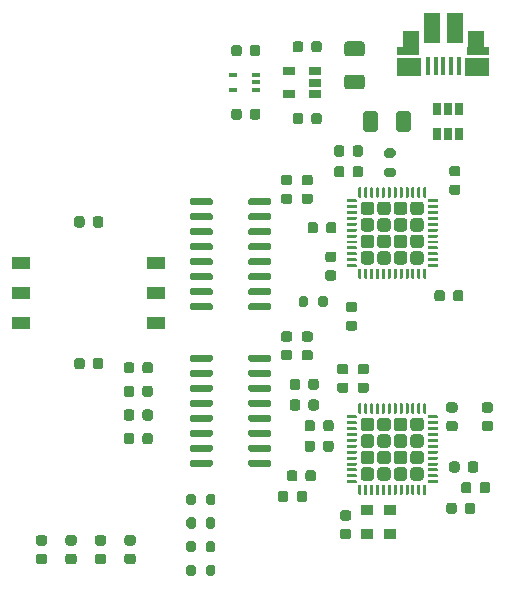
<source format=gbr>
G04 #@! TF.GenerationSoftware,KiCad,Pcbnew,5.1.9*
G04 #@! TF.CreationDate,2021-01-05T21:26:03-06:00*
G04 #@! TF.ProjectId,pcb,7063622e-6b69-4636-9164-5f7063625858,rev?*
G04 #@! TF.SameCoordinates,Original*
G04 #@! TF.FileFunction,Paste,Top*
G04 #@! TF.FilePolarity,Positive*
%FSLAX46Y46*%
G04 Gerber Fmt 4.6, Leading zero omitted, Abs format (unit mm)*
G04 Created by KiCad (PCBNEW 5.1.9) date 2021-01-05 21:26:03*
%MOMM*%
%LPD*%
G01*
G04 APERTURE LIST*
%ADD10R,0.650000X1.060000*%
%ADD11R,1.000000X0.900000*%
%ADD12R,1.430000X2.500000*%
%ADD13R,0.400000X1.650000*%
%ADD14R,2.000000X1.500000*%
%ADD15R,1.825000X0.700000*%
%ADD16R,1.350000X2.000000*%
%ADD17R,0.650000X0.400000*%
%ADD18R,1.060000X0.650000*%
%ADD19R,1.524000X1.016000*%
G04 APERTURE END LIST*
G36*
G01*
X33756250Y-105650000D02*
X33243750Y-105650000D01*
G75*
G02*
X33025000Y-105431250I0J218750D01*
G01*
X33025000Y-104993750D01*
G75*
G02*
X33243750Y-104775000I218750J0D01*
G01*
X33756250Y-104775000D01*
G75*
G02*
X33975000Y-104993750I0J-218750D01*
G01*
X33975000Y-105431250D01*
G75*
G02*
X33756250Y-105650000I-218750J0D01*
G01*
G37*
G36*
G01*
X33756250Y-107225000D02*
X33243750Y-107225000D01*
G75*
G02*
X33025000Y-107006250I0J218750D01*
G01*
X33025000Y-106568750D01*
G75*
G02*
X33243750Y-106350000I218750J0D01*
G01*
X33756250Y-106350000D01*
G75*
G02*
X33975000Y-106568750I0J-218750D01*
G01*
X33975000Y-107006250D01*
G75*
G02*
X33756250Y-107225000I-218750J0D01*
G01*
G37*
G36*
G01*
X31256250Y-105650000D02*
X30743750Y-105650000D01*
G75*
G02*
X30525000Y-105431250I0J218750D01*
G01*
X30525000Y-104993750D01*
G75*
G02*
X30743750Y-104775000I218750J0D01*
G01*
X31256250Y-104775000D01*
G75*
G02*
X31475000Y-104993750I0J-218750D01*
G01*
X31475000Y-105431250D01*
G75*
G02*
X31256250Y-105650000I-218750J0D01*
G01*
G37*
G36*
G01*
X31256250Y-107225000D02*
X30743750Y-107225000D01*
G75*
G02*
X30525000Y-107006250I0J218750D01*
G01*
X30525000Y-106568750D01*
G75*
G02*
X30743750Y-106350000I218750J0D01*
G01*
X31256250Y-106350000D01*
G75*
G02*
X31475000Y-106568750I0J-218750D01*
G01*
X31475000Y-107006250D01*
G75*
G02*
X31256250Y-107225000I-218750J0D01*
G01*
G37*
G36*
G01*
X28756250Y-105650000D02*
X28243750Y-105650000D01*
G75*
G02*
X28025000Y-105431250I0J218750D01*
G01*
X28025000Y-104993750D01*
G75*
G02*
X28243750Y-104775000I218750J0D01*
G01*
X28756250Y-104775000D01*
G75*
G02*
X28975000Y-104993750I0J-218750D01*
G01*
X28975000Y-105431250D01*
G75*
G02*
X28756250Y-105650000I-218750J0D01*
G01*
G37*
G36*
G01*
X28756250Y-107225000D02*
X28243750Y-107225000D01*
G75*
G02*
X28025000Y-107006250I0J218750D01*
G01*
X28025000Y-106568750D01*
G75*
G02*
X28243750Y-106350000I218750J0D01*
G01*
X28756250Y-106350000D01*
G75*
G02*
X28975000Y-106568750I0J-218750D01*
G01*
X28975000Y-107006250D01*
G75*
G02*
X28756250Y-107225000I-218750J0D01*
G01*
G37*
G36*
G01*
X26256250Y-105650000D02*
X25743750Y-105650000D01*
G75*
G02*
X25525000Y-105431250I0J218750D01*
G01*
X25525000Y-104993750D01*
G75*
G02*
X25743750Y-104775000I218750J0D01*
G01*
X26256250Y-104775000D01*
G75*
G02*
X26475000Y-104993750I0J-218750D01*
G01*
X26475000Y-105431250D01*
G75*
G02*
X26256250Y-105650000I-218750J0D01*
G01*
G37*
G36*
G01*
X26256250Y-107225000D02*
X25743750Y-107225000D01*
G75*
G02*
X25525000Y-107006250I0J218750D01*
G01*
X25525000Y-106568750D01*
G75*
G02*
X25743750Y-106350000I218750J0D01*
G01*
X26256250Y-106350000D01*
G75*
G02*
X26475000Y-106568750I0J-218750D01*
G01*
X26475000Y-107006250D01*
G75*
G02*
X26256250Y-107225000I-218750J0D01*
G01*
G37*
G36*
G01*
X39075000Y-107475000D02*
X39075000Y-108025000D01*
G75*
G02*
X38875000Y-108225000I-200000J0D01*
G01*
X38475000Y-108225000D01*
G75*
G02*
X38275000Y-108025000I0J200000D01*
G01*
X38275000Y-107475000D01*
G75*
G02*
X38475000Y-107275000I200000J0D01*
G01*
X38875000Y-107275000D01*
G75*
G02*
X39075000Y-107475000I0J-200000D01*
G01*
G37*
G36*
G01*
X40725000Y-107475000D02*
X40725000Y-108025000D01*
G75*
G02*
X40525000Y-108225000I-200000J0D01*
G01*
X40125000Y-108225000D01*
G75*
G02*
X39925000Y-108025000I0J200000D01*
G01*
X39925000Y-107475000D01*
G75*
G02*
X40125000Y-107275000I200000J0D01*
G01*
X40525000Y-107275000D01*
G75*
G02*
X40725000Y-107475000I0J-200000D01*
G01*
G37*
G36*
G01*
X39075000Y-105475000D02*
X39075000Y-106025000D01*
G75*
G02*
X38875000Y-106225000I-200000J0D01*
G01*
X38475000Y-106225000D01*
G75*
G02*
X38275000Y-106025000I0J200000D01*
G01*
X38275000Y-105475000D01*
G75*
G02*
X38475000Y-105275000I200000J0D01*
G01*
X38875000Y-105275000D01*
G75*
G02*
X39075000Y-105475000I0J-200000D01*
G01*
G37*
G36*
G01*
X40725000Y-105475000D02*
X40725000Y-106025000D01*
G75*
G02*
X40525000Y-106225000I-200000J0D01*
G01*
X40125000Y-106225000D01*
G75*
G02*
X39925000Y-106025000I0J200000D01*
G01*
X39925000Y-105475000D01*
G75*
G02*
X40125000Y-105275000I200000J0D01*
G01*
X40525000Y-105275000D01*
G75*
G02*
X40725000Y-105475000I0J-200000D01*
G01*
G37*
G36*
G01*
X39075000Y-103475000D02*
X39075000Y-104025000D01*
G75*
G02*
X38875000Y-104225000I-200000J0D01*
G01*
X38475000Y-104225000D01*
G75*
G02*
X38275000Y-104025000I0J200000D01*
G01*
X38275000Y-103475000D01*
G75*
G02*
X38475000Y-103275000I200000J0D01*
G01*
X38875000Y-103275000D01*
G75*
G02*
X39075000Y-103475000I0J-200000D01*
G01*
G37*
G36*
G01*
X40725000Y-103475000D02*
X40725000Y-104025000D01*
G75*
G02*
X40525000Y-104225000I-200000J0D01*
G01*
X40125000Y-104225000D01*
G75*
G02*
X39925000Y-104025000I0J200000D01*
G01*
X39925000Y-103475000D01*
G75*
G02*
X40125000Y-103275000I200000J0D01*
G01*
X40525000Y-103275000D01*
G75*
G02*
X40725000Y-103475000I0J-200000D01*
G01*
G37*
G36*
G01*
X39075000Y-101475000D02*
X39075000Y-102025000D01*
G75*
G02*
X38875000Y-102225000I-200000J0D01*
G01*
X38475000Y-102225000D01*
G75*
G02*
X38275000Y-102025000I0J200000D01*
G01*
X38275000Y-101475000D01*
G75*
G02*
X38475000Y-101275000I200000J0D01*
G01*
X38875000Y-101275000D01*
G75*
G02*
X39075000Y-101475000I0J-200000D01*
G01*
G37*
G36*
G01*
X40725000Y-101475000D02*
X40725000Y-102025000D01*
G75*
G02*
X40525000Y-102225000I-200000J0D01*
G01*
X40125000Y-102225000D01*
G75*
G02*
X39925000Y-102025000I0J200000D01*
G01*
X39925000Y-101475000D01*
G75*
G02*
X40125000Y-101275000I200000J0D01*
G01*
X40525000Y-101275000D01*
G75*
G02*
X40725000Y-101475000I0J-200000D01*
G01*
G37*
D10*
X60400000Y-68650000D03*
X59450000Y-68650000D03*
X61350000Y-68650000D03*
X61350000Y-70850000D03*
X60400000Y-70850000D03*
X59450000Y-70850000D03*
D11*
X55491754Y-102611386D03*
X53591754Y-102611386D03*
X53591754Y-104711386D03*
X55491754Y-104711386D03*
G36*
G01*
X54165000Y-95085000D02*
X54165000Y-95715000D01*
G75*
G02*
X53915000Y-95965000I-250000J0D01*
G01*
X53285000Y-95965000D01*
G75*
G02*
X53035000Y-95715000I0J250000D01*
G01*
X53035000Y-95085000D01*
G75*
G02*
X53285000Y-94835000I250000J0D01*
G01*
X53915000Y-94835000D01*
G75*
G02*
X54165000Y-95085000I0J-250000D01*
G01*
G37*
G36*
G01*
X54165000Y-96485000D02*
X54165000Y-97115000D01*
G75*
G02*
X53915000Y-97365000I-250000J0D01*
G01*
X53285000Y-97365000D01*
G75*
G02*
X53035000Y-97115000I0J250000D01*
G01*
X53035000Y-96485000D01*
G75*
G02*
X53285000Y-96235000I250000J0D01*
G01*
X53915000Y-96235000D01*
G75*
G02*
X54165000Y-96485000I0J-250000D01*
G01*
G37*
G36*
G01*
X54165000Y-97885000D02*
X54165000Y-98515000D01*
G75*
G02*
X53915000Y-98765000I-250000J0D01*
G01*
X53285000Y-98765000D01*
G75*
G02*
X53035000Y-98515000I0J250000D01*
G01*
X53035000Y-97885000D01*
G75*
G02*
X53285000Y-97635000I250000J0D01*
G01*
X53915000Y-97635000D01*
G75*
G02*
X54165000Y-97885000I0J-250000D01*
G01*
G37*
G36*
G01*
X54165000Y-99285000D02*
X54165000Y-99915000D01*
G75*
G02*
X53915000Y-100165000I-250000J0D01*
G01*
X53285000Y-100165000D01*
G75*
G02*
X53035000Y-99915000I0J250000D01*
G01*
X53035000Y-99285000D01*
G75*
G02*
X53285000Y-99035000I250000J0D01*
G01*
X53915000Y-99035000D01*
G75*
G02*
X54165000Y-99285000I0J-250000D01*
G01*
G37*
G36*
G01*
X55565000Y-95085000D02*
X55565000Y-95715000D01*
G75*
G02*
X55315000Y-95965000I-250000J0D01*
G01*
X54685000Y-95965000D01*
G75*
G02*
X54435000Y-95715000I0J250000D01*
G01*
X54435000Y-95085000D01*
G75*
G02*
X54685000Y-94835000I250000J0D01*
G01*
X55315000Y-94835000D01*
G75*
G02*
X55565000Y-95085000I0J-250000D01*
G01*
G37*
G36*
G01*
X55565000Y-96485000D02*
X55565000Y-97115000D01*
G75*
G02*
X55315000Y-97365000I-250000J0D01*
G01*
X54685000Y-97365000D01*
G75*
G02*
X54435000Y-97115000I0J250000D01*
G01*
X54435000Y-96485000D01*
G75*
G02*
X54685000Y-96235000I250000J0D01*
G01*
X55315000Y-96235000D01*
G75*
G02*
X55565000Y-96485000I0J-250000D01*
G01*
G37*
G36*
G01*
X55565000Y-97885000D02*
X55565000Y-98515000D01*
G75*
G02*
X55315000Y-98765000I-250000J0D01*
G01*
X54685000Y-98765000D01*
G75*
G02*
X54435000Y-98515000I0J250000D01*
G01*
X54435000Y-97885000D01*
G75*
G02*
X54685000Y-97635000I250000J0D01*
G01*
X55315000Y-97635000D01*
G75*
G02*
X55565000Y-97885000I0J-250000D01*
G01*
G37*
G36*
G01*
X55565000Y-99285000D02*
X55565000Y-99915000D01*
G75*
G02*
X55315000Y-100165000I-250000J0D01*
G01*
X54685000Y-100165000D01*
G75*
G02*
X54435000Y-99915000I0J250000D01*
G01*
X54435000Y-99285000D01*
G75*
G02*
X54685000Y-99035000I250000J0D01*
G01*
X55315000Y-99035000D01*
G75*
G02*
X55565000Y-99285000I0J-250000D01*
G01*
G37*
G36*
G01*
X56965000Y-95085000D02*
X56965000Y-95715000D01*
G75*
G02*
X56715000Y-95965000I-250000J0D01*
G01*
X56085000Y-95965000D01*
G75*
G02*
X55835000Y-95715000I0J250000D01*
G01*
X55835000Y-95085000D01*
G75*
G02*
X56085000Y-94835000I250000J0D01*
G01*
X56715000Y-94835000D01*
G75*
G02*
X56965000Y-95085000I0J-250000D01*
G01*
G37*
G36*
G01*
X56965000Y-96485000D02*
X56965000Y-97115000D01*
G75*
G02*
X56715000Y-97365000I-250000J0D01*
G01*
X56085000Y-97365000D01*
G75*
G02*
X55835000Y-97115000I0J250000D01*
G01*
X55835000Y-96485000D01*
G75*
G02*
X56085000Y-96235000I250000J0D01*
G01*
X56715000Y-96235000D01*
G75*
G02*
X56965000Y-96485000I0J-250000D01*
G01*
G37*
G36*
G01*
X56965000Y-97885000D02*
X56965000Y-98515000D01*
G75*
G02*
X56715000Y-98765000I-250000J0D01*
G01*
X56085000Y-98765000D01*
G75*
G02*
X55835000Y-98515000I0J250000D01*
G01*
X55835000Y-97885000D01*
G75*
G02*
X56085000Y-97635000I250000J0D01*
G01*
X56715000Y-97635000D01*
G75*
G02*
X56965000Y-97885000I0J-250000D01*
G01*
G37*
G36*
G01*
X56965000Y-99285000D02*
X56965000Y-99915000D01*
G75*
G02*
X56715000Y-100165000I-250000J0D01*
G01*
X56085000Y-100165000D01*
G75*
G02*
X55835000Y-99915000I0J250000D01*
G01*
X55835000Y-99285000D01*
G75*
G02*
X56085000Y-99035000I250000J0D01*
G01*
X56715000Y-99035000D01*
G75*
G02*
X56965000Y-99285000I0J-250000D01*
G01*
G37*
G36*
G01*
X58365000Y-95085000D02*
X58365000Y-95715000D01*
G75*
G02*
X58115000Y-95965000I-250000J0D01*
G01*
X57485000Y-95965000D01*
G75*
G02*
X57235000Y-95715000I0J250000D01*
G01*
X57235000Y-95085000D01*
G75*
G02*
X57485000Y-94835000I250000J0D01*
G01*
X58115000Y-94835000D01*
G75*
G02*
X58365000Y-95085000I0J-250000D01*
G01*
G37*
G36*
G01*
X58365000Y-96485000D02*
X58365000Y-97115000D01*
G75*
G02*
X58115000Y-97365000I-250000J0D01*
G01*
X57485000Y-97365000D01*
G75*
G02*
X57235000Y-97115000I0J250000D01*
G01*
X57235000Y-96485000D01*
G75*
G02*
X57485000Y-96235000I250000J0D01*
G01*
X58115000Y-96235000D01*
G75*
G02*
X58365000Y-96485000I0J-250000D01*
G01*
G37*
G36*
G01*
X58365000Y-97885000D02*
X58365000Y-98515000D01*
G75*
G02*
X58115000Y-98765000I-250000J0D01*
G01*
X57485000Y-98765000D01*
G75*
G02*
X57235000Y-98515000I0J250000D01*
G01*
X57235000Y-97885000D01*
G75*
G02*
X57485000Y-97635000I250000J0D01*
G01*
X58115000Y-97635000D01*
G75*
G02*
X58365000Y-97885000I0J-250000D01*
G01*
G37*
G36*
G01*
X58365000Y-99285000D02*
X58365000Y-99915000D01*
G75*
G02*
X58115000Y-100165000I-250000J0D01*
G01*
X57485000Y-100165000D01*
G75*
G02*
X57235000Y-99915000I0J250000D01*
G01*
X57235000Y-99285000D01*
G75*
G02*
X57485000Y-99035000I250000J0D01*
G01*
X58115000Y-99035000D01*
G75*
G02*
X58365000Y-99285000I0J-250000D01*
G01*
G37*
G36*
G01*
X58575000Y-100562500D02*
X58575000Y-101312500D01*
G75*
G02*
X58512500Y-101375000I-62500J0D01*
G01*
X58387500Y-101375000D01*
G75*
G02*
X58325000Y-101312500I0J62500D01*
G01*
X58325000Y-100562500D01*
G75*
G02*
X58387500Y-100500000I62500J0D01*
G01*
X58512500Y-100500000D01*
G75*
G02*
X58575000Y-100562500I0J-62500D01*
G01*
G37*
G36*
G01*
X58075000Y-100562500D02*
X58075000Y-101312500D01*
G75*
G02*
X58012500Y-101375000I-62500J0D01*
G01*
X57887500Y-101375000D01*
G75*
G02*
X57825000Y-101312500I0J62500D01*
G01*
X57825000Y-100562500D01*
G75*
G02*
X57887500Y-100500000I62500J0D01*
G01*
X58012500Y-100500000D01*
G75*
G02*
X58075000Y-100562500I0J-62500D01*
G01*
G37*
G36*
G01*
X57575000Y-100562500D02*
X57575000Y-101312500D01*
G75*
G02*
X57512500Y-101375000I-62500J0D01*
G01*
X57387500Y-101375000D01*
G75*
G02*
X57325000Y-101312500I0J62500D01*
G01*
X57325000Y-100562500D01*
G75*
G02*
X57387500Y-100500000I62500J0D01*
G01*
X57512500Y-100500000D01*
G75*
G02*
X57575000Y-100562500I0J-62500D01*
G01*
G37*
G36*
G01*
X57075000Y-100562500D02*
X57075000Y-101312500D01*
G75*
G02*
X57012500Y-101375000I-62500J0D01*
G01*
X56887500Y-101375000D01*
G75*
G02*
X56825000Y-101312500I0J62500D01*
G01*
X56825000Y-100562500D01*
G75*
G02*
X56887500Y-100500000I62500J0D01*
G01*
X57012500Y-100500000D01*
G75*
G02*
X57075000Y-100562500I0J-62500D01*
G01*
G37*
G36*
G01*
X56575000Y-100562500D02*
X56575000Y-101312500D01*
G75*
G02*
X56512500Y-101375000I-62500J0D01*
G01*
X56387500Y-101375000D01*
G75*
G02*
X56325000Y-101312500I0J62500D01*
G01*
X56325000Y-100562500D01*
G75*
G02*
X56387500Y-100500000I62500J0D01*
G01*
X56512500Y-100500000D01*
G75*
G02*
X56575000Y-100562500I0J-62500D01*
G01*
G37*
G36*
G01*
X56075000Y-100562500D02*
X56075000Y-101312500D01*
G75*
G02*
X56012500Y-101375000I-62500J0D01*
G01*
X55887500Y-101375000D01*
G75*
G02*
X55825000Y-101312500I0J62500D01*
G01*
X55825000Y-100562500D01*
G75*
G02*
X55887500Y-100500000I62500J0D01*
G01*
X56012500Y-100500000D01*
G75*
G02*
X56075000Y-100562500I0J-62500D01*
G01*
G37*
G36*
G01*
X55575000Y-100562500D02*
X55575000Y-101312500D01*
G75*
G02*
X55512500Y-101375000I-62500J0D01*
G01*
X55387500Y-101375000D01*
G75*
G02*
X55325000Y-101312500I0J62500D01*
G01*
X55325000Y-100562500D01*
G75*
G02*
X55387500Y-100500000I62500J0D01*
G01*
X55512500Y-100500000D01*
G75*
G02*
X55575000Y-100562500I0J-62500D01*
G01*
G37*
G36*
G01*
X55075000Y-100562500D02*
X55075000Y-101312500D01*
G75*
G02*
X55012500Y-101375000I-62500J0D01*
G01*
X54887500Y-101375000D01*
G75*
G02*
X54825000Y-101312500I0J62500D01*
G01*
X54825000Y-100562500D01*
G75*
G02*
X54887500Y-100500000I62500J0D01*
G01*
X55012500Y-100500000D01*
G75*
G02*
X55075000Y-100562500I0J-62500D01*
G01*
G37*
G36*
G01*
X54575000Y-100562500D02*
X54575000Y-101312500D01*
G75*
G02*
X54512500Y-101375000I-62500J0D01*
G01*
X54387500Y-101375000D01*
G75*
G02*
X54325000Y-101312500I0J62500D01*
G01*
X54325000Y-100562500D01*
G75*
G02*
X54387500Y-100500000I62500J0D01*
G01*
X54512500Y-100500000D01*
G75*
G02*
X54575000Y-100562500I0J-62500D01*
G01*
G37*
G36*
G01*
X54075000Y-100562500D02*
X54075000Y-101312500D01*
G75*
G02*
X54012500Y-101375000I-62500J0D01*
G01*
X53887500Y-101375000D01*
G75*
G02*
X53825000Y-101312500I0J62500D01*
G01*
X53825000Y-100562500D01*
G75*
G02*
X53887500Y-100500000I62500J0D01*
G01*
X54012500Y-100500000D01*
G75*
G02*
X54075000Y-100562500I0J-62500D01*
G01*
G37*
G36*
G01*
X53575000Y-100562500D02*
X53575000Y-101312500D01*
G75*
G02*
X53512500Y-101375000I-62500J0D01*
G01*
X53387500Y-101375000D01*
G75*
G02*
X53325000Y-101312500I0J62500D01*
G01*
X53325000Y-100562500D01*
G75*
G02*
X53387500Y-100500000I62500J0D01*
G01*
X53512500Y-100500000D01*
G75*
G02*
X53575000Y-100562500I0J-62500D01*
G01*
G37*
G36*
G01*
X53075000Y-100562500D02*
X53075000Y-101312500D01*
G75*
G02*
X53012500Y-101375000I-62500J0D01*
G01*
X52887500Y-101375000D01*
G75*
G02*
X52825000Y-101312500I0J62500D01*
G01*
X52825000Y-100562500D01*
G75*
G02*
X52887500Y-100500000I62500J0D01*
G01*
X53012500Y-100500000D01*
G75*
G02*
X53075000Y-100562500I0J-62500D01*
G01*
G37*
G36*
G01*
X52700000Y-100187500D02*
X52700000Y-100312500D01*
G75*
G02*
X52637500Y-100375000I-62500J0D01*
G01*
X51887500Y-100375000D01*
G75*
G02*
X51825000Y-100312500I0J62500D01*
G01*
X51825000Y-100187500D01*
G75*
G02*
X51887500Y-100125000I62500J0D01*
G01*
X52637500Y-100125000D01*
G75*
G02*
X52700000Y-100187500I0J-62500D01*
G01*
G37*
G36*
G01*
X52700000Y-99687500D02*
X52700000Y-99812500D01*
G75*
G02*
X52637500Y-99875000I-62500J0D01*
G01*
X51887500Y-99875000D01*
G75*
G02*
X51825000Y-99812500I0J62500D01*
G01*
X51825000Y-99687500D01*
G75*
G02*
X51887500Y-99625000I62500J0D01*
G01*
X52637500Y-99625000D01*
G75*
G02*
X52700000Y-99687500I0J-62500D01*
G01*
G37*
G36*
G01*
X52700000Y-99187500D02*
X52700000Y-99312500D01*
G75*
G02*
X52637500Y-99375000I-62500J0D01*
G01*
X51887500Y-99375000D01*
G75*
G02*
X51825000Y-99312500I0J62500D01*
G01*
X51825000Y-99187500D01*
G75*
G02*
X51887500Y-99125000I62500J0D01*
G01*
X52637500Y-99125000D01*
G75*
G02*
X52700000Y-99187500I0J-62500D01*
G01*
G37*
G36*
G01*
X52700000Y-98687500D02*
X52700000Y-98812500D01*
G75*
G02*
X52637500Y-98875000I-62500J0D01*
G01*
X51887500Y-98875000D01*
G75*
G02*
X51825000Y-98812500I0J62500D01*
G01*
X51825000Y-98687500D01*
G75*
G02*
X51887500Y-98625000I62500J0D01*
G01*
X52637500Y-98625000D01*
G75*
G02*
X52700000Y-98687500I0J-62500D01*
G01*
G37*
G36*
G01*
X52700000Y-98187500D02*
X52700000Y-98312500D01*
G75*
G02*
X52637500Y-98375000I-62500J0D01*
G01*
X51887500Y-98375000D01*
G75*
G02*
X51825000Y-98312500I0J62500D01*
G01*
X51825000Y-98187500D01*
G75*
G02*
X51887500Y-98125000I62500J0D01*
G01*
X52637500Y-98125000D01*
G75*
G02*
X52700000Y-98187500I0J-62500D01*
G01*
G37*
G36*
G01*
X52700000Y-97687500D02*
X52700000Y-97812500D01*
G75*
G02*
X52637500Y-97875000I-62500J0D01*
G01*
X51887500Y-97875000D01*
G75*
G02*
X51825000Y-97812500I0J62500D01*
G01*
X51825000Y-97687500D01*
G75*
G02*
X51887500Y-97625000I62500J0D01*
G01*
X52637500Y-97625000D01*
G75*
G02*
X52700000Y-97687500I0J-62500D01*
G01*
G37*
G36*
G01*
X52700000Y-97187500D02*
X52700000Y-97312500D01*
G75*
G02*
X52637500Y-97375000I-62500J0D01*
G01*
X51887500Y-97375000D01*
G75*
G02*
X51825000Y-97312500I0J62500D01*
G01*
X51825000Y-97187500D01*
G75*
G02*
X51887500Y-97125000I62500J0D01*
G01*
X52637500Y-97125000D01*
G75*
G02*
X52700000Y-97187500I0J-62500D01*
G01*
G37*
G36*
G01*
X52700000Y-96687500D02*
X52700000Y-96812500D01*
G75*
G02*
X52637500Y-96875000I-62500J0D01*
G01*
X51887500Y-96875000D01*
G75*
G02*
X51825000Y-96812500I0J62500D01*
G01*
X51825000Y-96687500D01*
G75*
G02*
X51887500Y-96625000I62500J0D01*
G01*
X52637500Y-96625000D01*
G75*
G02*
X52700000Y-96687500I0J-62500D01*
G01*
G37*
G36*
G01*
X52700000Y-96187500D02*
X52700000Y-96312500D01*
G75*
G02*
X52637500Y-96375000I-62500J0D01*
G01*
X51887500Y-96375000D01*
G75*
G02*
X51825000Y-96312500I0J62500D01*
G01*
X51825000Y-96187500D01*
G75*
G02*
X51887500Y-96125000I62500J0D01*
G01*
X52637500Y-96125000D01*
G75*
G02*
X52700000Y-96187500I0J-62500D01*
G01*
G37*
G36*
G01*
X52700000Y-95687500D02*
X52700000Y-95812500D01*
G75*
G02*
X52637500Y-95875000I-62500J0D01*
G01*
X51887500Y-95875000D01*
G75*
G02*
X51825000Y-95812500I0J62500D01*
G01*
X51825000Y-95687500D01*
G75*
G02*
X51887500Y-95625000I62500J0D01*
G01*
X52637500Y-95625000D01*
G75*
G02*
X52700000Y-95687500I0J-62500D01*
G01*
G37*
G36*
G01*
X52700000Y-95187500D02*
X52700000Y-95312500D01*
G75*
G02*
X52637500Y-95375000I-62500J0D01*
G01*
X51887500Y-95375000D01*
G75*
G02*
X51825000Y-95312500I0J62500D01*
G01*
X51825000Y-95187500D01*
G75*
G02*
X51887500Y-95125000I62500J0D01*
G01*
X52637500Y-95125000D01*
G75*
G02*
X52700000Y-95187500I0J-62500D01*
G01*
G37*
G36*
G01*
X52700000Y-94687500D02*
X52700000Y-94812500D01*
G75*
G02*
X52637500Y-94875000I-62500J0D01*
G01*
X51887500Y-94875000D01*
G75*
G02*
X51825000Y-94812500I0J62500D01*
G01*
X51825000Y-94687500D01*
G75*
G02*
X51887500Y-94625000I62500J0D01*
G01*
X52637500Y-94625000D01*
G75*
G02*
X52700000Y-94687500I0J-62500D01*
G01*
G37*
G36*
G01*
X53075000Y-93687500D02*
X53075000Y-94437500D01*
G75*
G02*
X53012500Y-94500000I-62500J0D01*
G01*
X52887500Y-94500000D01*
G75*
G02*
X52825000Y-94437500I0J62500D01*
G01*
X52825000Y-93687500D01*
G75*
G02*
X52887500Y-93625000I62500J0D01*
G01*
X53012500Y-93625000D01*
G75*
G02*
X53075000Y-93687500I0J-62500D01*
G01*
G37*
G36*
G01*
X53575000Y-93687500D02*
X53575000Y-94437500D01*
G75*
G02*
X53512500Y-94500000I-62500J0D01*
G01*
X53387500Y-94500000D01*
G75*
G02*
X53325000Y-94437500I0J62500D01*
G01*
X53325000Y-93687500D01*
G75*
G02*
X53387500Y-93625000I62500J0D01*
G01*
X53512500Y-93625000D01*
G75*
G02*
X53575000Y-93687500I0J-62500D01*
G01*
G37*
G36*
G01*
X54075000Y-93687500D02*
X54075000Y-94437500D01*
G75*
G02*
X54012500Y-94500000I-62500J0D01*
G01*
X53887500Y-94500000D01*
G75*
G02*
X53825000Y-94437500I0J62500D01*
G01*
X53825000Y-93687500D01*
G75*
G02*
X53887500Y-93625000I62500J0D01*
G01*
X54012500Y-93625000D01*
G75*
G02*
X54075000Y-93687500I0J-62500D01*
G01*
G37*
G36*
G01*
X54575000Y-93687500D02*
X54575000Y-94437500D01*
G75*
G02*
X54512500Y-94500000I-62500J0D01*
G01*
X54387500Y-94500000D01*
G75*
G02*
X54325000Y-94437500I0J62500D01*
G01*
X54325000Y-93687500D01*
G75*
G02*
X54387500Y-93625000I62500J0D01*
G01*
X54512500Y-93625000D01*
G75*
G02*
X54575000Y-93687500I0J-62500D01*
G01*
G37*
G36*
G01*
X55075000Y-93687500D02*
X55075000Y-94437500D01*
G75*
G02*
X55012500Y-94500000I-62500J0D01*
G01*
X54887500Y-94500000D01*
G75*
G02*
X54825000Y-94437500I0J62500D01*
G01*
X54825000Y-93687500D01*
G75*
G02*
X54887500Y-93625000I62500J0D01*
G01*
X55012500Y-93625000D01*
G75*
G02*
X55075000Y-93687500I0J-62500D01*
G01*
G37*
G36*
G01*
X55575000Y-93687500D02*
X55575000Y-94437500D01*
G75*
G02*
X55512500Y-94500000I-62500J0D01*
G01*
X55387500Y-94500000D01*
G75*
G02*
X55325000Y-94437500I0J62500D01*
G01*
X55325000Y-93687500D01*
G75*
G02*
X55387500Y-93625000I62500J0D01*
G01*
X55512500Y-93625000D01*
G75*
G02*
X55575000Y-93687500I0J-62500D01*
G01*
G37*
G36*
G01*
X56075000Y-93687500D02*
X56075000Y-94437500D01*
G75*
G02*
X56012500Y-94500000I-62500J0D01*
G01*
X55887500Y-94500000D01*
G75*
G02*
X55825000Y-94437500I0J62500D01*
G01*
X55825000Y-93687500D01*
G75*
G02*
X55887500Y-93625000I62500J0D01*
G01*
X56012500Y-93625000D01*
G75*
G02*
X56075000Y-93687500I0J-62500D01*
G01*
G37*
G36*
G01*
X56575000Y-93687500D02*
X56575000Y-94437500D01*
G75*
G02*
X56512500Y-94500000I-62500J0D01*
G01*
X56387500Y-94500000D01*
G75*
G02*
X56325000Y-94437500I0J62500D01*
G01*
X56325000Y-93687500D01*
G75*
G02*
X56387500Y-93625000I62500J0D01*
G01*
X56512500Y-93625000D01*
G75*
G02*
X56575000Y-93687500I0J-62500D01*
G01*
G37*
G36*
G01*
X57075000Y-93687500D02*
X57075000Y-94437500D01*
G75*
G02*
X57012500Y-94500000I-62500J0D01*
G01*
X56887500Y-94500000D01*
G75*
G02*
X56825000Y-94437500I0J62500D01*
G01*
X56825000Y-93687500D01*
G75*
G02*
X56887500Y-93625000I62500J0D01*
G01*
X57012500Y-93625000D01*
G75*
G02*
X57075000Y-93687500I0J-62500D01*
G01*
G37*
G36*
G01*
X57575000Y-93687500D02*
X57575000Y-94437500D01*
G75*
G02*
X57512500Y-94500000I-62500J0D01*
G01*
X57387500Y-94500000D01*
G75*
G02*
X57325000Y-94437500I0J62500D01*
G01*
X57325000Y-93687500D01*
G75*
G02*
X57387500Y-93625000I62500J0D01*
G01*
X57512500Y-93625000D01*
G75*
G02*
X57575000Y-93687500I0J-62500D01*
G01*
G37*
G36*
G01*
X58075000Y-93687500D02*
X58075000Y-94437500D01*
G75*
G02*
X58012500Y-94500000I-62500J0D01*
G01*
X57887500Y-94500000D01*
G75*
G02*
X57825000Y-94437500I0J62500D01*
G01*
X57825000Y-93687500D01*
G75*
G02*
X57887500Y-93625000I62500J0D01*
G01*
X58012500Y-93625000D01*
G75*
G02*
X58075000Y-93687500I0J-62500D01*
G01*
G37*
G36*
G01*
X58575000Y-93687500D02*
X58575000Y-94437500D01*
G75*
G02*
X58512500Y-94500000I-62500J0D01*
G01*
X58387500Y-94500000D01*
G75*
G02*
X58325000Y-94437500I0J62500D01*
G01*
X58325000Y-93687500D01*
G75*
G02*
X58387500Y-93625000I62500J0D01*
G01*
X58512500Y-93625000D01*
G75*
G02*
X58575000Y-93687500I0J-62500D01*
G01*
G37*
G36*
G01*
X59575000Y-94687500D02*
X59575000Y-94812500D01*
G75*
G02*
X59512500Y-94875000I-62500J0D01*
G01*
X58762500Y-94875000D01*
G75*
G02*
X58700000Y-94812500I0J62500D01*
G01*
X58700000Y-94687500D01*
G75*
G02*
X58762500Y-94625000I62500J0D01*
G01*
X59512500Y-94625000D01*
G75*
G02*
X59575000Y-94687500I0J-62500D01*
G01*
G37*
G36*
G01*
X59575000Y-95187500D02*
X59575000Y-95312500D01*
G75*
G02*
X59512500Y-95375000I-62500J0D01*
G01*
X58762500Y-95375000D01*
G75*
G02*
X58700000Y-95312500I0J62500D01*
G01*
X58700000Y-95187500D01*
G75*
G02*
X58762500Y-95125000I62500J0D01*
G01*
X59512500Y-95125000D01*
G75*
G02*
X59575000Y-95187500I0J-62500D01*
G01*
G37*
G36*
G01*
X59575000Y-95687500D02*
X59575000Y-95812500D01*
G75*
G02*
X59512500Y-95875000I-62500J0D01*
G01*
X58762500Y-95875000D01*
G75*
G02*
X58700000Y-95812500I0J62500D01*
G01*
X58700000Y-95687500D01*
G75*
G02*
X58762500Y-95625000I62500J0D01*
G01*
X59512500Y-95625000D01*
G75*
G02*
X59575000Y-95687500I0J-62500D01*
G01*
G37*
G36*
G01*
X59575000Y-96187500D02*
X59575000Y-96312500D01*
G75*
G02*
X59512500Y-96375000I-62500J0D01*
G01*
X58762500Y-96375000D01*
G75*
G02*
X58700000Y-96312500I0J62500D01*
G01*
X58700000Y-96187500D01*
G75*
G02*
X58762500Y-96125000I62500J0D01*
G01*
X59512500Y-96125000D01*
G75*
G02*
X59575000Y-96187500I0J-62500D01*
G01*
G37*
G36*
G01*
X59575000Y-96687500D02*
X59575000Y-96812500D01*
G75*
G02*
X59512500Y-96875000I-62500J0D01*
G01*
X58762500Y-96875000D01*
G75*
G02*
X58700000Y-96812500I0J62500D01*
G01*
X58700000Y-96687500D01*
G75*
G02*
X58762500Y-96625000I62500J0D01*
G01*
X59512500Y-96625000D01*
G75*
G02*
X59575000Y-96687500I0J-62500D01*
G01*
G37*
G36*
G01*
X59575000Y-97187500D02*
X59575000Y-97312500D01*
G75*
G02*
X59512500Y-97375000I-62500J0D01*
G01*
X58762500Y-97375000D01*
G75*
G02*
X58700000Y-97312500I0J62500D01*
G01*
X58700000Y-97187500D01*
G75*
G02*
X58762500Y-97125000I62500J0D01*
G01*
X59512500Y-97125000D01*
G75*
G02*
X59575000Y-97187500I0J-62500D01*
G01*
G37*
G36*
G01*
X59575000Y-97687500D02*
X59575000Y-97812500D01*
G75*
G02*
X59512500Y-97875000I-62500J0D01*
G01*
X58762500Y-97875000D01*
G75*
G02*
X58700000Y-97812500I0J62500D01*
G01*
X58700000Y-97687500D01*
G75*
G02*
X58762500Y-97625000I62500J0D01*
G01*
X59512500Y-97625000D01*
G75*
G02*
X59575000Y-97687500I0J-62500D01*
G01*
G37*
G36*
G01*
X59575000Y-98187500D02*
X59575000Y-98312500D01*
G75*
G02*
X59512500Y-98375000I-62500J0D01*
G01*
X58762500Y-98375000D01*
G75*
G02*
X58700000Y-98312500I0J62500D01*
G01*
X58700000Y-98187500D01*
G75*
G02*
X58762500Y-98125000I62500J0D01*
G01*
X59512500Y-98125000D01*
G75*
G02*
X59575000Y-98187500I0J-62500D01*
G01*
G37*
G36*
G01*
X59575000Y-98687500D02*
X59575000Y-98812500D01*
G75*
G02*
X59512500Y-98875000I-62500J0D01*
G01*
X58762500Y-98875000D01*
G75*
G02*
X58700000Y-98812500I0J62500D01*
G01*
X58700000Y-98687500D01*
G75*
G02*
X58762500Y-98625000I62500J0D01*
G01*
X59512500Y-98625000D01*
G75*
G02*
X59575000Y-98687500I0J-62500D01*
G01*
G37*
G36*
G01*
X59575000Y-99187500D02*
X59575000Y-99312500D01*
G75*
G02*
X59512500Y-99375000I-62500J0D01*
G01*
X58762500Y-99375000D01*
G75*
G02*
X58700000Y-99312500I0J62500D01*
G01*
X58700000Y-99187500D01*
G75*
G02*
X58762500Y-99125000I62500J0D01*
G01*
X59512500Y-99125000D01*
G75*
G02*
X59575000Y-99187500I0J-62500D01*
G01*
G37*
G36*
G01*
X59575000Y-99687500D02*
X59575000Y-99812500D01*
G75*
G02*
X59512500Y-99875000I-62500J0D01*
G01*
X58762500Y-99875000D01*
G75*
G02*
X58700000Y-99812500I0J62500D01*
G01*
X58700000Y-99687500D01*
G75*
G02*
X58762500Y-99625000I62500J0D01*
G01*
X59512500Y-99625000D01*
G75*
G02*
X59575000Y-99687500I0J-62500D01*
G01*
G37*
G36*
G01*
X59575000Y-100187500D02*
X59575000Y-100312500D01*
G75*
G02*
X59512500Y-100375000I-62500J0D01*
G01*
X58762500Y-100375000D01*
G75*
G02*
X58700000Y-100312500I0J62500D01*
G01*
X58700000Y-100187500D01*
G75*
G02*
X58762500Y-100125000I62500J0D01*
G01*
X59512500Y-100125000D01*
G75*
G02*
X59575000Y-100187500I0J-62500D01*
G01*
G37*
G36*
G01*
X55775000Y-72825000D02*
X55225000Y-72825000D01*
G75*
G02*
X55025000Y-72625000I0J200000D01*
G01*
X55025000Y-72225000D01*
G75*
G02*
X55225000Y-72025000I200000J0D01*
G01*
X55775000Y-72025000D01*
G75*
G02*
X55975000Y-72225000I0J-200000D01*
G01*
X55975000Y-72625000D01*
G75*
G02*
X55775000Y-72825000I-200000J0D01*
G01*
G37*
G36*
G01*
X55775000Y-74475000D02*
X55225000Y-74475000D01*
G75*
G02*
X55025000Y-74275000I0J200000D01*
G01*
X55025000Y-73875000D01*
G75*
G02*
X55225000Y-73675000I200000J0D01*
G01*
X55775000Y-73675000D01*
G75*
G02*
X55975000Y-73875000I0J-200000D01*
G01*
X55975000Y-74275000D01*
G75*
G02*
X55775000Y-74475000I-200000J0D01*
G01*
G37*
G36*
G01*
X47006250Y-88400000D02*
X46493750Y-88400000D01*
G75*
G02*
X46275000Y-88181250I0J218750D01*
G01*
X46275000Y-87743750D01*
G75*
G02*
X46493750Y-87525000I218750J0D01*
G01*
X47006250Y-87525000D01*
G75*
G02*
X47225000Y-87743750I0J-218750D01*
G01*
X47225000Y-88181250D01*
G75*
G02*
X47006250Y-88400000I-218750J0D01*
G01*
G37*
G36*
G01*
X47006250Y-89975000D02*
X46493750Y-89975000D01*
G75*
G02*
X46275000Y-89756250I0J218750D01*
G01*
X46275000Y-89318750D01*
G75*
G02*
X46493750Y-89100000I218750J0D01*
G01*
X47006250Y-89100000D01*
G75*
G02*
X47225000Y-89318750I0J-218750D01*
G01*
X47225000Y-89756250D01*
G75*
G02*
X47006250Y-89975000I-218750J0D01*
G01*
G37*
G36*
G01*
X48756250Y-88400000D02*
X48243750Y-88400000D01*
G75*
G02*
X48025000Y-88181250I0J218750D01*
G01*
X48025000Y-87743750D01*
G75*
G02*
X48243750Y-87525000I218750J0D01*
G01*
X48756250Y-87525000D01*
G75*
G02*
X48975000Y-87743750I0J-218750D01*
G01*
X48975000Y-88181250D01*
G75*
G02*
X48756250Y-88400000I-218750J0D01*
G01*
G37*
G36*
G01*
X48756250Y-89975000D02*
X48243750Y-89975000D01*
G75*
G02*
X48025000Y-89756250I0J218750D01*
G01*
X48025000Y-89318750D01*
G75*
G02*
X48243750Y-89100000I218750J0D01*
G01*
X48756250Y-89100000D01*
G75*
G02*
X48975000Y-89318750I0J-218750D01*
G01*
X48975000Y-89756250D01*
G75*
G02*
X48756250Y-89975000I-218750J0D01*
G01*
G37*
G36*
G01*
X49425000Y-85275000D02*
X49425000Y-84725000D01*
G75*
G02*
X49625000Y-84525000I200000J0D01*
G01*
X50025000Y-84525000D01*
G75*
G02*
X50225000Y-84725000I0J-200000D01*
G01*
X50225000Y-85275000D01*
G75*
G02*
X50025000Y-85475000I-200000J0D01*
G01*
X49625000Y-85475000D01*
G75*
G02*
X49425000Y-85275000I0J200000D01*
G01*
G37*
G36*
G01*
X47775000Y-85275000D02*
X47775000Y-84725000D01*
G75*
G02*
X47975000Y-84525000I200000J0D01*
G01*
X48375000Y-84525000D01*
G75*
G02*
X48575000Y-84725000I0J-200000D01*
G01*
X48575000Y-85275000D01*
G75*
G02*
X48375000Y-85475000I-200000J0D01*
G01*
X47975000Y-85475000D01*
G75*
G02*
X47775000Y-85275000I0J200000D01*
G01*
G37*
G36*
G01*
X52006250Y-103550000D02*
X51493750Y-103550000D01*
G75*
G02*
X51275000Y-103331250I0J218750D01*
G01*
X51275000Y-102893750D01*
G75*
G02*
X51493750Y-102675000I218750J0D01*
G01*
X52006250Y-102675000D01*
G75*
G02*
X52225000Y-102893750I0J-218750D01*
G01*
X52225000Y-103331250D01*
G75*
G02*
X52006250Y-103550000I-218750J0D01*
G01*
G37*
G36*
G01*
X52006250Y-105125000D02*
X51493750Y-105125000D01*
G75*
G02*
X51275000Y-104906250I0J218750D01*
G01*
X51275000Y-104468750D01*
G75*
G02*
X51493750Y-104250000I218750J0D01*
G01*
X52006250Y-104250000D01*
G75*
G02*
X52225000Y-104468750I0J-218750D01*
G01*
X52225000Y-104906250D01*
G75*
G02*
X52006250Y-105125000I-218750J0D01*
G01*
G37*
D12*
X59065000Y-61861000D03*
X60985000Y-61861000D03*
D13*
X58725000Y-65011000D03*
X59375000Y-65011000D03*
X60025000Y-65011000D03*
X60675000Y-65011000D03*
X61325000Y-65011000D03*
D14*
X57125000Y-65131000D03*
X62875000Y-65111000D03*
D15*
X57025000Y-63811000D03*
X62975000Y-63811000D03*
D16*
X62755000Y-63061000D03*
X57275000Y-63061000D03*
G36*
G01*
X46900000Y-101243750D02*
X46900000Y-101756250D01*
G75*
G02*
X46681250Y-101975000I-218750J0D01*
G01*
X46243750Y-101975000D01*
G75*
G02*
X46025000Y-101756250I0J218750D01*
G01*
X46025000Y-101243750D01*
G75*
G02*
X46243750Y-101025000I218750J0D01*
G01*
X46681250Y-101025000D01*
G75*
G02*
X46900000Y-101243750I0J-218750D01*
G01*
G37*
G36*
G01*
X48475000Y-101243750D02*
X48475000Y-101756250D01*
G75*
G02*
X48256250Y-101975000I-218750J0D01*
G01*
X47818750Y-101975000D01*
G75*
G02*
X47600000Y-101756250I0J218750D01*
G01*
X47600000Y-101243750D01*
G75*
G02*
X47818750Y-101025000I218750J0D01*
G01*
X48256250Y-101025000D01*
G75*
G02*
X48475000Y-101243750I0J-218750D01*
G01*
G37*
G36*
G01*
X49150000Y-96993750D02*
X49150000Y-97506250D01*
G75*
G02*
X48931250Y-97725000I-218750J0D01*
G01*
X48493750Y-97725000D01*
G75*
G02*
X48275000Y-97506250I0J218750D01*
G01*
X48275000Y-96993750D01*
G75*
G02*
X48493750Y-96775000I218750J0D01*
G01*
X48931250Y-96775000D01*
G75*
G02*
X49150000Y-96993750I0J-218750D01*
G01*
G37*
G36*
G01*
X50725000Y-96993750D02*
X50725000Y-97506250D01*
G75*
G02*
X50506250Y-97725000I-218750J0D01*
G01*
X50068750Y-97725000D01*
G75*
G02*
X49850000Y-97506250I0J218750D01*
G01*
X49850000Y-96993750D01*
G75*
G02*
X50068750Y-96775000I218750J0D01*
G01*
X50506250Y-96775000D01*
G75*
G02*
X50725000Y-96993750I0J-218750D01*
G01*
G37*
G36*
G01*
X49850000Y-95756250D02*
X49850000Y-95243750D01*
G75*
G02*
X50068750Y-95025000I218750J0D01*
G01*
X50506250Y-95025000D01*
G75*
G02*
X50725000Y-95243750I0J-218750D01*
G01*
X50725000Y-95756250D01*
G75*
G02*
X50506250Y-95975000I-218750J0D01*
G01*
X50068750Y-95975000D01*
G75*
G02*
X49850000Y-95756250I0J218750D01*
G01*
G37*
G36*
G01*
X48275000Y-95756250D02*
X48275000Y-95243750D01*
G75*
G02*
X48493750Y-95025000I218750J0D01*
G01*
X48931250Y-95025000D01*
G75*
G02*
X49150000Y-95243750I0J-218750D01*
G01*
X49150000Y-95756250D01*
G75*
G02*
X48931250Y-95975000I-218750J0D01*
G01*
X48493750Y-95975000D01*
G75*
G02*
X48275000Y-95756250I0J218750D01*
G01*
G37*
G36*
G01*
X63493750Y-95100000D02*
X64006250Y-95100000D01*
G75*
G02*
X64225000Y-95318750I0J-218750D01*
G01*
X64225000Y-95756250D01*
G75*
G02*
X64006250Y-95975000I-218750J0D01*
G01*
X63493750Y-95975000D01*
G75*
G02*
X63275000Y-95756250I0J218750D01*
G01*
X63275000Y-95318750D01*
G75*
G02*
X63493750Y-95100000I218750J0D01*
G01*
G37*
G36*
G01*
X63493750Y-93525000D02*
X64006250Y-93525000D01*
G75*
G02*
X64225000Y-93743750I0J-218750D01*
G01*
X64225000Y-94181250D01*
G75*
G02*
X64006250Y-94400000I-218750J0D01*
G01*
X63493750Y-94400000D01*
G75*
G02*
X63275000Y-94181250I0J218750D01*
G01*
X63275000Y-93743750D01*
G75*
G02*
X63493750Y-93525000I218750J0D01*
G01*
G37*
G36*
G01*
X51993750Y-86600000D02*
X52506250Y-86600000D01*
G75*
G02*
X52725000Y-86818750I0J-218750D01*
G01*
X52725000Y-87256250D01*
G75*
G02*
X52506250Y-87475000I-218750J0D01*
G01*
X51993750Y-87475000D01*
G75*
G02*
X51775000Y-87256250I0J218750D01*
G01*
X51775000Y-86818750D01*
G75*
G02*
X51993750Y-86600000I218750J0D01*
G01*
G37*
G36*
G01*
X51993750Y-85025000D02*
X52506250Y-85025000D01*
G75*
G02*
X52725000Y-85243750I0J-218750D01*
G01*
X52725000Y-85681250D01*
G75*
G02*
X52506250Y-85900000I-218750J0D01*
G01*
X51993750Y-85900000D01*
G75*
G02*
X51775000Y-85681250I0J218750D01*
G01*
X51775000Y-85243750D01*
G75*
G02*
X51993750Y-85025000I218750J0D01*
G01*
G37*
G36*
G01*
X60493750Y-95100000D02*
X61006250Y-95100000D01*
G75*
G02*
X61225000Y-95318750I0J-218750D01*
G01*
X61225000Y-95756250D01*
G75*
G02*
X61006250Y-95975000I-218750J0D01*
G01*
X60493750Y-95975000D01*
G75*
G02*
X60275000Y-95756250I0J218750D01*
G01*
X60275000Y-95318750D01*
G75*
G02*
X60493750Y-95100000I218750J0D01*
G01*
G37*
G36*
G01*
X60493750Y-93525000D02*
X61006250Y-93525000D01*
G75*
G02*
X61225000Y-93743750I0J-218750D01*
G01*
X61225000Y-94181250D01*
G75*
G02*
X61006250Y-94400000I-218750J0D01*
G01*
X60493750Y-94400000D01*
G75*
G02*
X60275000Y-94181250I0J218750D01*
G01*
X60275000Y-93743750D01*
G75*
G02*
X60493750Y-93525000I218750J0D01*
G01*
G37*
G36*
G01*
X30350000Y-78506250D02*
X30350000Y-77993750D01*
G75*
G02*
X30568750Y-77775000I218750J0D01*
G01*
X31006250Y-77775000D01*
G75*
G02*
X31225000Y-77993750I0J-218750D01*
G01*
X31225000Y-78506250D01*
G75*
G02*
X31006250Y-78725000I-218750J0D01*
G01*
X30568750Y-78725000D01*
G75*
G02*
X30350000Y-78506250I0J218750D01*
G01*
G37*
G36*
G01*
X28775000Y-78506250D02*
X28775000Y-77993750D01*
G75*
G02*
X28993750Y-77775000I218750J0D01*
G01*
X29431250Y-77775000D01*
G75*
G02*
X29650000Y-77993750I0J-218750D01*
G01*
X29650000Y-78506250D01*
G75*
G02*
X29431250Y-78725000I-218750J0D01*
G01*
X28993750Y-78725000D01*
G75*
G02*
X28775000Y-78506250I0J218750D01*
G01*
G37*
G36*
G01*
X29650000Y-89993750D02*
X29650000Y-90506250D01*
G75*
G02*
X29431250Y-90725000I-218750J0D01*
G01*
X28993750Y-90725000D01*
G75*
G02*
X28775000Y-90506250I0J218750D01*
G01*
X28775000Y-89993750D01*
G75*
G02*
X28993750Y-89775000I218750J0D01*
G01*
X29431250Y-89775000D01*
G75*
G02*
X29650000Y-89993750I0J-218750D01*
G01*
G37*
G36*
G01*
X31225000Y-89993750D02*
X31225000Y-90506250D01*
G75*
G02*
X31006250Y-90725000I-218750J0D01*
G01*
X30568750Y-90725000D01*
G75*
G02*
X30350000Y-90506250I0J218750D01*
G01*
X30350000Y-89993750D01*
G75*
G02*
X30568750Y-89775000I218750J0D01*
G01*
X31006250Y-89775000D01*
G75*
G02*
X31225000Y-89993750I0J-218750D01*
G01*
G37*
G36*
G01*
X34550000Y-96856250D02*
X34550000Y-96343750D01*
G75*
G02*
X34768750Y-96125000I218750J0D01*
G01*
X35206250Y-96125000D01*
G75*
G02*
X35425000Y-96343750I0J-218750D01*
G01*
X35425000Y-96856250D01*
G75*
G02*
X35206250Y-97075000I-218750J0D01*
G01*
X34768750Y-97075000D01*
G75*
G02*
X34550000Y-96856250I0J218750D01*
G01*
G37*
G36*
G01*
X32975000Y-96856250D02*
X32975000Y-96343750D01*
G75*
G02*
X33193750Y-96125000I218750J0D01*
G01*
X33631250Y-96125000D01*
G75*
G02*
X33850000Y-96343750I0J-218750D01*
G01*
X33850000Y-96856250D01*
G75*
G02*
X33631250Y-97075000I-218750J0D01*
G01*
X33193750Y-97075000D01*
G75*
G02*
X32975000Y-96856250I0J218750D01*
G01*
G37*
G36*
G01*
X34550000Y-94856250D02*
X34550000Y-94343750D01*
G75*
G02*
X34768750Y-94125000I218750J0D01*
G01*
X35206250Y-94125000D01*
G75*
G02*
X35425000Y-94343750I0J-218750D01*
G01*
X35425000Y-94856250D01*
G75*
G02*
X35206250Y-95075000I-218750J0D01*
G01*
X34768750Y-95075000D01*
G75*
G02*
X34550000Y-94856250I0J218750D01*
G01*
G37*
G36*
G01*
X32975000Y-94856250D02*
X32975000Y-94343750D01*
G75*
G02*
X33193750Y-94125000I218750J0D01*
G01*
X33631250Y-94125000D01*
G75*
G02*
X33850000Y-94343750I0J-218750D01*
G01*
X33850000Y-94856250D01*
G75*
G02*
X33631250Y-95075000I-218750J0D01*
G01*
X33193750Y-95075000D01*
G75*
G02*
X32975000Y-94856250I0J218750D01*
G01*
G37*
G36*
G01*
X33850000Y-90343750D02*
X33850000Y-90856250D01*
G75*
G02*
X33631250Y-91075000I-218750J0D01*
G01*
X33193750Y-91075000D01*
G75*
G02*
X32975000Y-90856250I0J218750D01*
G01*
X32975000Y-90343750D01*
G75*
G02*
X33193750Y-90125000I218750J0D01*
G01*
X33631250Y-90125000D01*
G75*
G02*
X33850000Y-90343750I0J-218750D01*
G01*
G37*
G36*
G01*
X35425000Y-90343750D02*
X35425000Y-90856250D01*
G75*
G02*
X35206250Y-91075000I-218750J0D01*
G01*
X34768750Y-91075000D01*
G75*
G02*
X34550000Y-90856250I0J218750D01*
G01*
X34550000Y-90343750D01*
G75*
G02*
X34768750Y-90125000I218750J0D01*
G01*
X35206250Y-90125000D01*
G75*
G02*
X35425000Y-90343750I0J-218750D01*
G01*
G37*
G36*
G01*
X34550000Y-92856250D02*
X34550000Y-92343750D01*
G75*
G02*
X34768750Y-92125000I218750J0D01*
G01*
X35206250Y-92125000D01*
G75*
G02*
X35425000Y-92343750I0J-218750D01*
G01*
X35425000Y-92856250D01*
G75*
G02*
X35206250Y-93075000I-218750J0D01*
G01*
X34768750Y-93075000D01*
G75*
G02*
X34550000Y-92856250I0J218750D01*
G01*
G37*
G36*
G01*
X32975000Y-92856250D02*
X32975000Y-92343750D01*
G75*
G02*
X33193750Y-92125000I218750J0D01*
G01*
X33631250Y-92125000D01*
G75*
G02*
X33850000Y-92343750I0J-218750D01*
G01*
X33850000Y-92856250D01*
G75*
G02*
X33631250Y-93075000I-218750J0D01*
G01*
X33193750Y-93075000D01*
G75*
G02*
X32975000Y-92856250I0J218750D01*
G01*
G37*
G36*
G01*
X53506250Y-91150000D02*
X52993750Y-91150000D01*
G75*
G02*
X52775000Y-90931250I0J218750D01*
G01*
X52775000Y-90493750D01*
G75*
G02*
X52993750Y-90275000I218750J0D01*
G01*
X53506250Y-90275000D01*
G75*
G02*
X53725000Y-90493750I0J-218750D01*
G01*
X53725000Y-90931250D01*
G75*
G02*
X53506250Y-91150000I-218750J0D01*
G01*
G37*
G36*
G01*
X53506250Y-92725000D02*
X52993750Y-92725000D01*
G75*
G02*
X52775000Y-92506250I0J218750D01*
G01*
X52775000Y-92068750D01*
G75*
G02*
X52993750Y-91850000I218750J0D01*
G01*
X53506250Y-91850000D01*
G75*
G02*
X53725000Y-92068750I0J-218750D01*
G01*
X53725000Y-92506250D01*
G75*
G02*
X53506250Y-92725000I-218750J0D01*
G01*
G37*
G36*
G01*
X47650000Y-99493750D02*
X47650000Y-100006250D01*
G75*
G02*
X47431250Y-100225000I-218750J0D01*
G01*
X46993750Y-100225000D01*
G75*
G02*
X46775000Y-100006250I0J218750D01*
G01*
X46775000Y-99493750D01*
G75*
G02*
X46993750Y-99275000I218750J0D01*
G01*
X47431250Y-99275000D01*
G75*
G02*
X47650000Y-99493750I0J-218750D01*
G01*
G37*
G36*
G01*
X49225000Y-99493750D02*
X49225000Y-100006250D01*
G75*
G02*
X49006250Y-100225000I-218750J0D01*
G01*
X48568750Y-100225000D01*
G75*
G02*
X48350000Y-100006250I0J218750D01*
G01*
X48350000Y-99493750D01*
G75*
G02*
X48568750Y-99275000I218750J0D01*
G01*
X49006250Y-99275000D01*
G75*
G02*
X49225000Y-99493750I0J-218750D01*
G01*
G37*
G36*
G01*
X51756250Y-91150000D02*
X51243750Y-91150000D01*
G75*
G02*
X51025000Y-90931250I0J218750D01*
G01*
X51025000Y-90493750D01*
G75*
G02*
X51243750Y-90275000I218750J0D01*
G01*
X51756250Y-90275000D01*
G75*
G02*
X51975000Y-90493750I0J-218750D01*
G01*
X51975000Y-90931250D01*
G75*
G02*
X51756250Y-91150000I-218750J0D01*
G01*
G37*
G36*
G01*
X51756250Y-92725000D02*
X51243750Y-92725000D01*
G75*
G02*
X51025000Y-92506250I0J218750D01*
G01*
X51025000Y-92068750D01*
G75*
G02*
X51243750Y-91850000I218750J0D01*
G01*
X51756250Y-91850000D01*
G75*
G02*
X51975000Y-92068750I0J-218750D01*
G01*
X51975000Y-92506250D01*
G75*
G02*
X51756250Y-92725000I-218750J0D01*
G01*
G37*
G36*
G01*
X61850000Y-102756250D02*
X61850000Y-102243750D01*
G75*
G02*
X62068750Y-102025000I218750J0D01*
G01*
X62506250Y-102025000D01*
G75*
G02*
X62725000Y-102243750I0J-218750D01*
G01*
X62725000Y-102756250D01*
G75*
G02*
X62506250Y-102975000I-218750J0D01*
G01*
X62068750Y-102975000D01*
G75*
G02*
X61850000Y-102756250I0J218750D01*
G01*
G37*
G36*
G01*
X60275000Y-102756250D02*
X60275000Y-102243750D01*
G75*
G02*
X60493750Y-102025000I218750J0D01*
G01*
X60931250Y-102025000D01*
G75*
G02*
X61150000Y-102243750I0J-218750D01*
G01*
X61150000Y-102756250D01*
G75*
G02*
X60931250Y-102975000I-218750J0D01*
G01*
X60493750Y-102975000D01*
G75*
G02*
X60275000Y-102756250I0J218750D01*
G01*
G37*
G36*
G01*
X62100000Y-99256250D02*
X62100000Y-98743750D01*
G75*
G02*
X62318750Y-98525000I218750J0D01*
G01*
X62756250Y-98525000D01*
G75*
G02*
X62975000Y-98743750I0J-218750D01*
G01*
X62975000Y-99256250D01*
G75*
G02*
X62756250Y-99475000I-218750J0D01*
G01*
X62318750Y-99475000D01*
G75*
G02*
X62100000Y-99256250I0J218750D01*
G01*
G37*
G36*
G01*
X60525000Y-99256250D02*
X60525000Y-98743750D01*
G75*
G02*
X60743750Y-98525000I218750J0D01*
G01*
X61181250Y-98525000D01*
G75*
G02*
X61400000Y-98743750I0J-218750D01*
G01*
X61400000Y-99256250D01*
G75*
G02*
X61181250Y-99475000I-218750J0D01*
G01*
X60743750Y-99475000D01*
G75*
G02*
X60525000Y-99256250I0J218750D01*
G01*
G37*
G36*
G01*
X63100000Y-101006250D02*
X63100000Y-100493750D01*
G75*
G02*
X63318750Y-100275000I218750J0D01*
G01*
X63756250Y-100275000D01*
G75*
G02*
X63975000Y-100493750I0J-218750D01*
G01*
X63975000Y-101006250D01*
G75*
G02*
X63756250Y-101225000I-218750J0D01*
G01*
X63318750Y-101225000D01*
G75*
G02*
X63100000Y-101006250I0J218750D01*
G01*
G37*
G36*
G01*
X61525000Y-101006250D02*
X61525000Y-100493750D01*
G75*
G02*
X61743750Y-100275000I218750J0D01*
G01*
X62181250Y-100275000D01*
G75*
G02*
X62400000Y-100493750I0J-218750D01*
G01*
X62400000Y-101006250D01*
G75*
G02*
X62181250Y-101225000I-218750J0D01*
G01*
X61743750Y-101225000D01*
G75*
G02*
X61525000Y-101006250I0J218750D01*
G01*
G37*
G36*
G01*
X49400000Y-78493750D02*
X49400000Y-79006250D01*
G75*
G02*
X49181250Y-79225000I-218750J0D01*
G01*
X48743750Y-79225000D01*
G75*
G02*
X48525000Y-79006250I0J218750D01*
G01*
X48525000Y-78493750D01*
G75*
G02*
X48743750Y-78275000I218750J0D01*
G01*
X49181250Y-78275000D01*
G75*
G02*
X49400000Y-78493750I0J-218750D01*
G01*
G37*
G36*
G01*
X50975000Y-78493750D02*
X50975000Y-79006250D01*
G75*
G02*
X50756250Y-79225000I-218750J0D01*
G01*
X50318750Y-79225000D01*
G75*
G02*
X50100000Y-79006250I0J218750D01*
G01*
X50100000Y-78493750D01*
G75*
G02*
X50318750Y-78275000I218750J0D01*
G01*
X50756250Y-78275000D01*
G75*
G02*
X50975000Y-78493750I0J-218750D01*
G01*
G37*
G36*
G01*
X47900000Y-91743750D02*
X47900000Y-92256250D01*
G75*
G02*
X47681250Y-92475000I-218750J0D01*
G01*
X47243750Y-92475000D01*
G75*
G02*
X47025000Y-92256250I0J218750D01*
G01*
X47025000Y-91743750D01*
G75*
G02*
X47243750Y-91525000I218750J0D01*
G01*
X47681250Y-91525000D01*
G75*
G02*
X47900000Y-91743750I0J-218750D01*
G01*
G37*
G36*
G01*
X49475000Y-91743750D02*
X49475000Y-92256250D01*
G75*
G02*
X49256250Y-92475000I-218750J0D01*
G01*
X48818750Y-92475000D01*
G75*
G02*
X48600000Y-92256250I0J218750D01*
G01*
X48600000Y-91743750D01*
G75*
G02*
X48818750Y-91525000I218750J0D01*
G01*
X49256250Y-91525000D01*
G75*
G02*
X49475000Y-91743750I0J-218750D01*
G01*
G37*
G36*
G01*
X47900000Y-93493750D02*
X47900000Y-94006250D01*
G75*
G02*
X47681250Y-94225000I-218750J0D01*
G01*
X47243750Y-94225000D01*
G75*
G02*
X47025000Y-94006250I0J218750D01*
G01*
X47025000Y-93493750D01*
G75*
G02*
X47243750Y-93275000I218750J0D01*
G01*
X47681250Y-93275000D01*
G75*
G02*
X47900000Y-93493750I0J-218750D01*
G01*
G37*
G36*
G01*
X49475000Y-93493750D02*
X49475000Y-94006250D01*
G75*
G02*
X49256250Y-94225000I-218750J0D01*
G01*
X48818750Y-94225000D01*
G75*
G02*
X48600000Y-94006250I0J218750D01*
G01*
X48600000Y-93493750D01*
G75*
G02*
X48818750Y-93275000I218750J0D01*
G01*
X49256250Y-93275000D01*
G75*
G02*
X49475000Y-93493750I0J-218750D01*
G01*
G37*
G36*
G01*
X51650000Y-73743750D02*
X51650000Y-74256250D01*
G75*
G02*
X51431250Y-74475000I-218750J0D01*
G01*
X50993750Y-74475000D01*
G75*
G02*
X50775000Y-74256250I0J218750D01*
G01*
X50775000Y-73743750D01*
G75*
G02*
X50993750Y-73525000I218750J0D01*
G01*
X51431250Y-73525000D01*
G75*
G02*
X51650000Y-73743750I0J-218750D01*
G01*
G37*
G36*
G01*
X53225000Y-73743750D02*
X53225000Y-74256250D01*
G75*
G02*
X53006250Y-74475000I-218750J0D01*
G01*
X52568750Y-74475000D01*
G75*
G02*
X52350000Y-74256250I0J218750D01*
G01*
X52350000Y-73743750D01*
G75*
G02*
X52568750Y-73525000I218750J0D01*
G01*
X53006250Y-73525000D01*
G75*
G02*
X53225000Y-73743750I0J-218750D01*
G01*
G37*
G36*
G01*
X61256250Y-74400000D02*
X60743750Y-74400000D01*
G75*
G02*
X60525000Y-74181250I0J218750D01*
G01*
X60525000Y-73743750D01*
G75*
G02*
X60743750Y-73525000I218750J0D01*
G01*
X61256250Y-73525000D01*
G75*
G02*
X61475000Y-73743750I0J-218750D01*
G01*
X61475000Y-74181250D01*
G75*
G02*
X61256250Y-74400000I-218750J0D01*
G01*
G37*
G36*
G01*
X61256250Y-75975000D02*
X60743750Y-75975000D01*
G75*
G02*
X60525000Y-75756250I0J218750D01*
G01*
X60525000Y-75318750D01*
G75*
G02*
X60743750Y-75100000I218750J0D01*
G01*
X61256250Y-75100000D01*
G75*
G02*
X61475000Y-75318750I0J-218750D01*
G01*
X61475000Y-75756250D01*
G75*
G02*
X61256250Y-75975000I-218750J0D01*
G01*
G37*
G36*
G01*
X60850000Y-84756250D02*
X60850000Y-84243750D01*
G75*
G02*
X61068750Y-84025000I218750J0D01*
G01*
X61506250Y-84025000D01*
G75*
G02*
X61725000Y-84243750I0J-218750D01*
G01*
X61725000Y-84756250D01*
G75*
G02*
X61506250Y-84975000I-218750J0D01*
G01*
X61068750Y-84975000D01*
G75*
G02*
X60850000Y-84756250I0J218750D01*
G01*
G37*
G36*
G01*
X59275000Y-84756250D02*
X59275000Y-84243750D01*
G75*
G02*
X59493750Y-84025000I218750J0D01*
G01*
X59931250Y-84025000D01*
G75*
G02*
X60150000Y-84243750I0J-218750D01*
G01*
X60150000Y-84756250D01*
G75*
G02*
X59931250Y-84975000I-218750J0D01*
G01*
X59493750Y-84975000D01*
G75*
G02*
X59275000Y-84756250I0J218750D01*
G01*
G37*
G36*
G01*
X50243750Y-82350000D02*
X50756250Y-82350000D01*
G75*
G02*
X50975000Y-82568750I0J-218750D01*
G01*
X50975000Y-83006250D01*
G75*
G02*
X50756250Y-83225000I-218750J0D01*
G01*
X50243750Y-83225000D01*
G75*
G02*
X50025000Y-83006250I0J218750D01*
G01*
X50025000Y-82568750D01*
G75*
G02*
X50243750Y-82350000I218750J0D01*
G01*
G37*
G36*
G01*
X50243750Y-80775000D02*
X50756250Y-80775000D01*
G75*
G02*
X50975000Y-80993750I0J-218750D01*
G01*
X50975000Y-81431250D01*
G75*
G02*
X50756250Y-81650000I-218750J0D01*
G01*
X50243750Y-81650000D01*
G75*
G02*
X50025000Y-81431250I0J218750D01*
G01*
X50025000Y-80993750D01*
G75*
G02*
X50243750Y-80775000I218750J0D01*
G01*
G37*
G36*
G01*
X51650000Y-71993750D02*
X51650000Y-72506250D01*
G75*
G02*
X51431250Y-72725000I-218750J0D01*
G01*
X50993750Y-72725000D01*
G75*
G02*
X50775000Y-72506250I0J218750D01*
G01*
X50775000Y-71993750D01*
G75*
G02*
X50993750Y-71775000I218750J0D01*
G01*
X51431250Y-71775000D01*
G75*
G02*
X51650000Y-71993750I0J-218750D01*
G01*
G37*
G36*
G01*
X53225000Y-71993750D02*
X53225000Y-72506250D01*
G75*
G02*
X53006250Y-72725000I-218750J0D01*
G01*
X52568750Y-72725000D01*
G75*
G02*
X52350000Y-72506250I0J218750D01*
G01*
X52350000Y-71993750D01*
G75*
G02*
X52568750Y-71775000I218750J0D01*
G01*
X53006250Y-71775000D01*
G75*
G02*
X53225000Y-71993750I0J-218750D01*
G01*
G37*
G36*
G01*
X43646400Y-69391050D02*
X43646400Y-68878550D01*
G75*
G02*
X43865150Y-68659800I218750J0D01*
G01*
X44302650Y-68659800D01*
G75*
G02*
X44521400Y-68878550I0J-218750D01*
G01*
X44521400Y-69391050D01*
G75*
G02*
X44302650Y-69609800I-218750J0D01*
G01*
X43865150Y-69609800D01*
G75*
G02*
X43646400Y-69391050I0J218750D01*
G01*
G37*
G36*
G01*
X42071400Y-69391050D02*
X42071400Y-68878550D01*
G75*
G02*
X42290150Y-68659800I218750J0D01*
G01*
X42727650Y-68659800D01*
G75*
G02*
X42946400Y-68878550I0J-218750D01*
G01*
X42946400Y-69391050D01*
G75*
G02*
X42727650Y-69609800I-218750J0D01*
G01*
X42290150Y-69609800D01*
G75*
G02*
X42071400Y-69391050I0J218750D01*
G01*
G37*
G36*
G01*
X42946400Y-63493750D02*
X42946400Y-64006250D01*
G75*
G02*
X42727650Y-64225000I-218750J0D01*
G01*
X42290150Y-64225000D01*
G75*
G02*
X42071400Y-64006250I0J218750D01*
G01*
X42071400Y-63493750D01*
G75*
G02*
X42290150Y-63275000I218750J0D01*
G01*
X42727650Y-63275000D01*
G75*
G02*
X42946400Y-63493750I0J-218750D01*
G01*
G37*
G36*
G01*
X44521400Y-63493750D02*
X44521400Y-64006250D01*
G75*
G02*
X44302650Y-64225000I-218750J0D01*
G01*
X43865150Y-64225000D01*
G75*
G02*
X43646400Y-64006250I0J218750D01*
G01*
X43646400Y-63493750D01*
G75*
G02*
X43865150Y-63275000I218750J0D01*
G01*
X44302650Y-63275000D01*
G75*
G02*
X44521400Y-63493750I0J-218750D01*
G01*
G37*
G36*
G01*
X48850000Y-69756250D02*
X48850000Y-69243750D01*
G75*
G02*
X49068750Y-69025000I218750J0D01*
G01*
X49506250Y-69025000D01*
G75*
G02*
X49725000Y-69243750I0J-218750D01*
G01*
X49725000Y-69756250D01*
G75*
G02*
X49506250Y-69975000I-218750J0D01*
G01*
X49068750Y-69975000D01*
G75*
G02*
X48850000Y-69756250I0J218750D01*
G01*
G37*
G36*
G01*
X47275000Y-69756250D02*
X47275000Y-69243750D01*
G75*
G02*
X47493750Y-69025000I218750J0D01*
G01*
X47931250Y-69025000D01*
G75*
G02*
X48150000Y-69243750I0J-218750D01*
G01*
X48150000Y-69756250D01*
G75*
G02*
X47931250Y-69975000I-218750J0D01*
G01*
X47493750Y-69975000D01*
G75*
G02*
X47275000Y-69756250I0J218750D01*
G01*
G37*
G36*
G01*
X48150000Y-63167550D02*
X48150000Y-63680050D01*
G75*
G02*
X47931250Y-63898800I-218750J0D01*
G01*
X47493750Y-63898800D01*
G75*
G02*
X47275000Y-63680050I0J218750D01*
G01*
X47275000Y-63167550D01*
G75*
G02*
X47493750Y-62948800I218750J0D01*
G01*
X47931250Y-62948800D01*
G75*
G02*
X48150000Y-63167550I0J-218750D01*
G01*
G37*
G36*
G01*
X49725000Y-63167550D02*
X49725000Y-63680050D01*
G75*
G02*
X49506250Y-63898800I-218750J0D01*
G01*
X49068750Y-63898800D01*
G75*
G02*
X48850000Y-63680050I0J218750D01*
G01*
X48850000Y-63167550D01*
G75*
G02*
X49068750Y-62948800I218750J0D01*
G01*
X49506250Y-62948800D01*
G75*
G02*
X49725000Y-63167550I0J-218750D01*
G01*
G37*
G36*
G01*
X48756250Y-75150000D02*
X48243750Y-75150000D01*
G75*
G02*
X48025000Y-74931250I0J218750D01*
G01*
X48025000Y-74493750D01*
G75*
G02*
X48243750Y-74275000I218750J0D01*
G01*
X48756250Y-74275000D01*
G75*
G02*
X48975000Y-74493750I0J-218750D01*
G01*
X48975000Y-74931250D01*
G75*
G02*
X48756250Y-75150000I-218750J0D01*
G01*
G37*
G36*
G01*
X48756250Y-76725000D02*
X48243750Y-76725000D01*
G75*
G02*
X48025000Y-76506250I0J218750D01*
G01*
X48025000Y-76068750D01*
G75*
G02*
X48243750Y-75850000I218750J0D01*
G01*
X48756250Y-75850000D01*
G75*
G02*
X48975000Y-76068750I0J-218750D01*
G01*
X48975000Y-76506250D01*
G75*
G02*
X48756250Y-76725000I-218750J0D01*
G01*
G37*
G36*
G01*
X47006250Y-75150000D02*
X46493750Y-75150000D01*
G75*
G02*
X46275000Y-74931250I0J218750D01*
G01*
X46275000Y-74493750D01*
G75*
G02*
X46493750Y-74275000I218750J0D01*
G01*
X47006250Y-74275000D01*
G75*
G02*
X47225000Y-74493750I0J-218750D01*
G01*
X47225000Y-74931250D01*
G75*
G02*
X47006250Y-75150000I-218750J0D01*
G01*
G37*
G36*
G01*
X47006250Y-76725000D02*
X46493750Y-76725000D01*
G75*
G02*
X46275000Y-76506250I0J218750D01*
G01*
X46275000Y-76068750D01*
G75*
G02*
X46493750Y-75850000I218750J0D01*
G01*
X47006250Y-75850000D01*
G75*
G02*
X47225000Y-76068750I0J-218750D01*
G01*
X47225000Y-76506250D01*
G75*
G02*
X47006250Y-76725000I-218750J0D01*
G01*
G37*
G36*
G01*
X57235000Y-81615000D02*
X57235000Y-80985000D01*
G75*
G02*
X57485000Y-80735000I250000J0D01*
G01*
X58115000Y-80735000D01*
G75*
G02*
X58365000Y-80985000I0J-250000D01*
G01*
X58365000Y-81615000D01*
G75*
G02*
X58115000Y-81865000I-250000J0D01*
G01*
X57485000Y-81865000D01*
G75*
G02*
X57235000Y-81615000I0J250000D01*
G01*
G37*
G36*
G01*
X57235000Y-80215000D02*
X57235000Y-79585000D01*
G75*
G02*
X57485000Y-79335000I250000J0D01*
G01*
X58115000Y-79335000D01*
G75*
G02*
X58365000Y-79585000I0J-250000D01*
G01*
X58365000Y-80215000D01*
G75*
G02*
X58115000Y-80465000I-250000J0D01*
G01*
X57485000Y-80465000D01*
G75*
G02*
X57235000Y-80215000I0J250000D01*
G01*
G37*
G36*
G01*
X57235000Y-78815000D02*
X57235000Y-78185000D01*
G75*
G02*
X57485000Y-77935000I250000J0D01*
G01*
X58115000Y-77935000D01*
G75*
G02*
X58365000Y-78185000I0J-250000D01*
G01*
X58365000Y-78815000D01*
G75*
G02*
X58115000Y-79065000I-250000J0D01*
G01*
X57485000Y-79065000D01*
G75*
G02*
X57235000Y-78815000I0J250000D01*
G01*
G37*
G36*
G01*
X57235000Y-77415000D02*
X57235000Y-76785000D01*
G75*
G02*
X57485000Y-76535000I250000J0D01*
G01*
X58115000Y-76535000D01*
G75*
G02*
X58365000Y-76785000I0J-250000D01*
G01*
X58365000Y-77415000D01*
G75*
G02*
X58115000Y-77665000I-250000J0D01*
G01*
X57485000Y-77665000D01*
G75*
G02*
X57235000Y-77415000I0J250000D01*
G01*
G37*
G36*
G01*
X55835000Y-81615000D02*
X55835000Y-80985000D01*
G75*
G02*
X56085000Y-80735000I250000J0D01*
G01*
X56715000Y-80735000D01*
G75*
G02*
X56965000Y-80985000I0J-250000D01*
G01*
X56965000Y-81615000D01*
G75*
G02*
X56715000Y-81865000I-250000J0D01*
G01*
X56085000Y-81865000D01*
G75*
G02*
X55835000Y-81615000I0J250000D01*
G01*
G37*
G36*
G01*
X55835000Y-80215000D02*
X55835000Y-79585000D01*
G75*
G02*
X56085000Y-79335000I250000J0D01*
G01*
X56715000Y-79335000D01*
G75*
G02*
X56965000Y-79585000I0J-250000D01*
G01*
X56965000Y-80215000D01*
G75*
G02*
X56715000Y-80465000I-250000J0D01*
G01*
X56085000Y-80465000D01*
G75*
G02*
X55835000Y-80215000I0J250000D01*
G01*
G37*
G36*
G01*
X55835000Y-78815000D02*
X55835000Y-78185000D01*
G75*
G02*
X56085000Y-77935000I250000J0D01*
G01*
X56715000Y-77935000D01*
G75*
G02*
X56965000Y-78185000I0J-250000D01*
G01*
X56965000Y-78815000D01*
G75*
G02*
X56715000Y-79065000I-250000J0D01*
G01*
X56085000Y-79065000D01*
G75*
G02*
X55835000Y-78815000I0J250000D01*
G01*
G37*
G36*
G01*
X55835000Y-77415000D02*
X55835000Y-76785000D01*
G75*
G02*
X56085000Y-76535000I250000J0D01*
G01*
X56715000Y-76535000D01*
G75*
G02*
X56965000Y-76785000I0J-250000D01*
G01*
X56965000Y-77415000D01*
G75*
G02*
X56715000Y-77665000I-250000J0D01*
G01*
X56085000Y-77665000D01*
G75*
G02*
X55835000Y-77415000I0J250000D01*
G01*
G37*
G36*
G01*
X54435000Y-81615000D02*
X54435000Y-80985000D01*
G75*
G02*
X54685000Y-80735000I250000J0D01*
G01*
X55315000Y-80735000D01*
G75*
G02*
X55565000Y-80985000I0J-250000D01*
G01*
X55565000Y-81615000D01*
G75*
G02*
X55315000Y-81865000I-250000J0D01*
G01*
X54685000Y-81865000D01*
G75*
G02*
X54435000Y-81615000I0J250000D01*
G01*
G37*
G36*
G01*
X54435000Y-80215000D02*
X54435000Y-79585000D01*
G75*
G02*
X54685000Y-79335000I250000J0D01*
G01*
X55315000Y-79335000D01*
G75*
G02*
X55565000Y-79585000I0J-250000D01*
G01*
X55565000Y-80215000D01*
G75*
G02*
X55315000Y-80465000I-250000J0D01*
G01*
X54685000Y-80465000D01*
G75*
G02*
X54435000Y-80215000I0J250000D01*
G01*
G37*
G36*
G01*
X54435000Y-78815000D02*
X54435000Y-78185000D01*
G75*
G02*
X54685000Y-77935000I250000J0D01*
G01*
X55315000Y-77935000D01*
G75*
G02*
X55565000Y-78185000I0J-250000D01*
G01*
X55565000Y-78815000D01*
G75*
G02*
X55315000Y-79065000I-250000J0D01*
G01*
X54685000Y-79065000D01*
G75*
G02*
X54435000Y-78815000I0J250000D01*
G01*
G37*
G36*
G01*
X54435000Y-77415000D02*
X54435000Y-76785000D01*
G75*
G02*
X54685000Y-76535000I250000J0D01*
G01*
X55315000Y-76535000D01*
G75*
G02*
X55565000Y-76785000I0J-250000D01*
G01*
X55565000Y-77415000D01*
G75*
G02*
X55315000Y-77665000I-250000J0D01*
G01*
X54685000Y-77665000D01*
G75*
G02*
X54435000Y-77415000I0J250000D01*
G01*
G37*
G36*
G01*
X53035000Y-81615000D02*
X53035000Y-80985000D01*
G75*
G02*
X53285000Y-80735000I250000J0D01*
G01*
X53915000Y-80735000D01*
G75*
G02*
X54165000Y-80985000I0J-250000D01*
G01*
X54165000Y-81615000D01*
G75*
G02*
X53915000Y-81865000I-250000J0D01*
G01*
X53285000Y-81865000D01*
G75*
G02*
X53035000Y-81615000I0J250000D01*
G01*
G37*
G36*
G01*
X53035000Y-80215000D02*
X53035000Y-79585000D01*
G75*
G02*
X53285000Y-79335000I250000J0D01*
G01*
X53915000Y-79335000D01*
G75*
G02*
X54165000Y-79585000I0J-250000D01*
G01*
X54165000Y-80215000D01*
G75*
G02*
X53915000Y-80465000I-250000J0D01*
G01*
X53285000Y-80465000D01*
G75*
G02*
X53035000Y-80215000I0J250000D01*
G01*
G37*
G36*
G01*
X53035000Y-78815000D02*
X53035000Y-78185000D01*
G75*
G02*
X53285000Y-77935000I250000J0D01*
G01*
X53915000Y-77935000D01*
G75*
G02*
X54165000Y-78185000I0J-250000D01*
G01*
X54165000Y-78815000D01*
G75*
G02*
X53915000Y-79065000I-250000J0D01*
G01*
X53285000Y-79065000D01*
G75*
G02*
X53035000Y-78815000I0J250000D01*
G01*
G37*
G36*
G01*
X53035000Y-77415000D02*
X53035000Y-76785000D01*
G75*
G02*
X53285000Y-76535000I250000J0D01*
G01*
X53915000Y-76535000D01*
G75*
G02*
X54165000Y-76785000I0J-250000D01*
G01*
X54165000Y-77415000D01*
G75*
G02*
X53915000Y-77665000I-250000J0D01*
G01*
X53285000Y-77665000D01*
G75*
G02*
X53035000Y-77415000I0J250000D01*
G01*
G37*
G36*
G01*
X52825000Y-76137500D02*
X52825000Y-75387500D01*
G75*
G02*
X52887500Y-75325000I62500J0D01*
G01*
X53012500Y-75325000D01*
G75*
G02*
X53075000Y-75387500I0J-62500D01*
G01*
X53075000Y-76137500D01*
G75*
G02*
X53012500Y-76200000I-62500J0D01*
G01*
X52887500Y-76200000D01*
G75*
G02*
X52825000Y-76137500I0J62500D01*
G01*
G37*
G36*
G01*
X53325000Y-76137500D02*
X53325000Y-75387500D01*
G75*
G02*
X53387500Y-75325000I62500J0D01*
G01*
X53512500Y-75325000D01*
G75*
G02*
X53575000Y-75387500I0J-62500D01*
G01*
X53575000Y-76137500D01*
G75*
G02*
X53512500Y-76200000I-62500J0D01*
G01*
X53387500Y-76200000D01*
G75*
G02*
X53325000Y-76137500I0J62500D01*
G01*
G37*
G36*
G01*
X53825000Y-76137500D02*
X53825000Y-75387500D01*
G75*
G02*
X53887500Y-75325000I62500J0D01*
G01*
X54012500Y-75325000D01*
G75*
G02*
X54075000Y-75387500I0J-62500D01*
G01*
X54075000Y-76137500D01*
G75*
G02*
X54012500Y-76200000I-62500J0D01*
G01*
X53887500Y-76200000D01*
G75*
G02*
X53825000Y-76137500I0J62500D01*
G01*
G37*
G36*
G01*
X54325000Y-76137500D02*
X54325000Y-75387500D01*
G75*
G02*
X54387500Y-75325000I62500J0D01*
G01*
X54512500Y-75325000D01*
G75*
G02*
X54575000Y-75387500I0J-62500D01*
G01*
X54575000Y-76137500D01*
G75*
G02*
X54512500Y-76200000I-62500J0D01*
G01*
X54387500Y-76200000D01*
G75*
G02*
X54325000Y-76137500I0J62500D01*
G01*
G37*
G36*
G01*
X54825000Y-76137500D02*
X54825000Y-75387500D01*
G75*
G02*
X54887500Y-75325000I62500J0D01*
G01*
X55012500Y-75325000D01*
G75*
G02*
X55075000Y-75387500I0J-62500D01*
G01*
X55075000Y-76137500D01*
G75*
G02*
X55012500Y-76200000I-62500J0D01*
G01*
X54887500Y-76200000D01*
G75*
G02*
X54825000Y-76137500I0J62500D01*
G01*
G37*
G36*
G01*
X55325000Y-76137500D02*
X55325000Y-75387500D01*
G75*
G02*
X55387500Y-75325000I62500J0D01*
G01*
X55512500Y-75325000D01*
G75*
G02*
X55575000Y-75387500I0J-62500D01*
G01*
X55575000Y-76137500D01*
G75*
G02*
X55512500Y-76200000I-62500J0D01*
G01*
X55387500Y-76200000D01*
G75*
G02*
X55325000Y-76137500I0J62500D01*
G01*
G37*
G36*
G01*
X55825000Y-76137500D02*
X55825000Y-75387500D01*
G75*
G02*
X55887500Y-75325000I62500J0D01*
G01*
X56012500Y-75325000D01*
G75*
G02*
X56075000Y-75387500I0J-62500D01*
G01*
X56075000Y-76137500D01*
G75*
G02*
X56012500Y-76200000I-62500J0D01*
G01*
X55887500Y-76200000D01*
G75*
G02*
X55825000Y-76137500I0J62500D01*
G01*
G37*
G36*
G01*
X56325000Y-76137500D02*
X56325000Y-75387500D01*
G75*
G02*
X56387500Y-75325000I62500J0D01*
G01*
X56512500Y-75325000D01*
G75*
G02*
X56575000Y-75387500I0J-62500D01*
G01*
X56575000Y-76137500D01*
G75*
G02*
X56512500Y-76200000I-62500J0D01*
G01*
X56387500Y-76200000D01*
G75*
G02*
X56325000Y-76137500I0J62500D01*
G01*
G37*
G36*
G01*
X56825000Y-76137500D02*
X56825000Y-75387500D01*
G75*
G02*
X56887500Y-75325000I62500J0D01*
G01*
X57012500Y-75325000D01*
G75*
G02*
X57075000Y-75387500I0J-62500D01*
G01*
X57075000Y-76137500D01*
G75*
G02*
X57012500Y-76200000I-62500J0D01*
G01*
X56887500Y-76200000D01*
G75*
G02*
X56825000Y-76137500I0J62500D01*
G01*
G37*
G36*
G01*
X57325000Y-76137500D02*
X57325000Y-75387500D01*
G75*
G02*
X57387500Y-75325000I62500J0D01*
G01*
X57512500Y-75325000D01*
G75*
G02*
X57575000Y-75387500I0J-62500D01*
G01*
X57575000Y-76137500D01*
G75*
G02*
X57512500Y-76200000I-62500J0D01*
G01*
X57387500Y-76200000D01*
G75*
G02*
X57325000Y-76137500I0J62500D01*
G01*
G37*
G36*
G01*
X57825000Y-76137500D02*
X57825000Y-75387500D01*
G75*
G02*
X57887500Y-75325000I62500J0D01*
G01*
X58012500Y-75325000D01*
G75*
G02*
X58075000Y-75387500I0J-62500D01*
G01*
X58075000Y-76137500D01*
G75*
G02*
X58012500Y-76200000I-62500J0D01*
G01*
X57887500Y-76200000D01*
G75*
G02*
X57825000Y-76137500I0J62500D01*
G01*
G37*
G36*
G01*
X58325000Y-76137500D02*
X58325000Y-75387500D01*
G75*
G02*
X58387500Y-75325000I62500J0D01*
G01*
X58512500Y-75325000D01*
G75*
G02*
X58575000Y-75387500I0J-62500D01*
G01*
X58575000Y-76137500D01*
G75*
G02*
X58512500Y-76200000I-62500J0D01*
G01*
X58387500Y-76200000D01*
G75*
G02*
X58325000Y-76137500I0J62500D01*
G01*
G37*
G36*
G01*
X58700000Y-76512500D02*
X58700000Y-76387500D01*
G75*
G02*
X58762500Y-76325000I62500J0D01*
G01*
X59512500Y-76325000D01*
G75*
G02*
X59575000Y-76387500I0J-62500D01*
G01*
X59575000Y-76512500D01*
G75*
G02*
X59512500Y-76575000I-62500J0D01*
G01*
X58762500Y-76575000D01*
G75*
G02*
X58700000Y-76512500I0J62500D01*
G01*
G37*
G36*
G01*
X58700000Y-77012500D02*
X58700000Y-76887500D01*
G75*
G02*
X58762500Y-76825000I62500J0D01*
G01*
X59512500Y-76825000D01*
G75*
G02*
X59575000Y-76887500I0J-62500D01*
G01*
X59575000Y-77012500D01*
G75*
G02*
X59512500Y-77075000I-62500J0D01*
G01*
X58762500Y-77075000D01*
G75*
G02*
X58700000Y-77012500I0J62500D01*
G01*
G37*
G36*
G01*
X58700000Y-77512500D02*
X58700000Y-77387500D01*
G75*
G02*
X58762500Y-77325000I62500J0D01*
G01*
X59512500Y-77325000D01*
G75*
G02*
X59575000Y-77387500I0J-62500D01*
G01*
X59575000Y-77512500D01*
G75*
G02*
X59512500Y-77575000I-62500J0D01*
G01*
X58762500Y-77575000D01*
G75*
G02*
X58700000Y-77512500I0J62500D01*
G01*
G37*
G36*
G01*
X58700000Y-78012500D02*
X58700000Y-77887500D01*
G75*
G02*
X58762500Y-77825000I62500J0D01*
G01*
X59512500Y-77825000D01*
G75*
G02*
X59575000Y-77887500I0J-62500D01*
G01*
X59575000Y-78012500D01*
G75*
G02*
X59512500Y-78075000I-62500J0D01*
G01*
X58762500Y-78075000D01*
G75*
G02*
X58700000Y-78012500I0J62500D01*
G01*
G37*
G36*
G01*
X58700000Y-78512500D02*
X58700000Y-78387500D01*
G75*
G02*
X58762500Y-78325000I62500J0D01*
G01*
X59512500Y-78325000D01*
G75*
G02*
X59575000Y-78387500I0J-62500D01*
G01*
X59575000Y-78512500D01*
G75*
G02*
X59512500Y-78575000I-62500J0D01*
G01*
X58762500Y-78575000D01*
G75*
G02*
X58700000Y-78512500I0J62500D01*
G01*
G37*
G36*
G01*
X58700000Y-79012500D02*
X58700000Y-78887500D01*
G75*
G02*
X58762500Y-78825000I62500J0D01*
G01*
X59512500Y-78825000D01*
G75*
G02*
X59575000Y-78887500I0J-62500D01*
G01*
X59575000Y-79012500D01*
G75*
G02*
X59512500Y-79075000I-62500J0D01*
G01*
X58762500Y-79075000D01*
G75*
G02*
X58700000Y-79012500I0J62500D01*
G01*
G37*
G36*
G01*
X58700000Y-79512500D02*
X58700000Y-79387500D01*
G75*
G02*
X58762500Y-79325000I62500J0D01*
G01*
X59512500Y-79325000D01*
G75*
G02*
X59575000Y-79387500I0J-62500D01*
G01*
X59575000Y-79512500D01*
G75*
G02*
X59512500Y-79575000I-62500J0D01*
G01*
X58762500Y-79575000D01*
G75*
G02*
X58700000Y-79512500I0J62500D01*
G01*
G37*
G36*
G01*
X58700000Y-80012500D02*
X58700000Y-79887500D01*
G75*
G02*
X58762500Y-79825000I62500J0D01*
G01*
X59512500Y-79825000D01*
G75*
G02*
X59575000Y-79887500I0J-62500D01*
G01*
X59575000Y-80012500D01*
G75*
G02*
X59512500Y-80075000I-62500J0D01*
G01*
X58762500Y-80075000D01*
G75*
G02*
X58700000Y-80012500I0J62500D01*
G01*
G37*
G36*
G01*
X58700000Y-80512500D02*
X58700000Y-80387500D01*
G75*
G02*
X58762500Y-80325000I62500J0D01*
G01*
X59512500Y-80325000D01*
G75*
G02*
X59575000Y-80387500I0J-62500D01*
G01*
X59575000Y-80512500D01*
G75*
G02*
X59512500Y-80575000I-62500J0D01*
G01*
X58762500Y-80575000D01*
G75*
G02*
X58700000Y-80512500I0J62500D01*
G01*
G37*
G36*
G01*
X58700000Y-81012500D02*
X58700000Y-80887500D01*
G75*
G02*
X58762500Y-80825000I62500J0D01*
G01*
X59512500Y-80825000D01*
G75*
G02*
X59575000Y-80887500I0J-62500D01*
G01*
X59575000Y-81012500D01*
G75*
G02*
X59512500Y-81075000I-62500J0D01*
G01*
X58762500Y-81075000D01*
G75*
G02*
X58700000Y-81012500I0J62500D01*
G01*
G37*
G36*
G01*
X58700000Y-81512500D02*
X58700000Y-81387500D01*
G75*
G02*
X58762500Y-81325000I62500J0D01*
G01*
X59512500Y-81325000D01*
G75*
G02*
X59575000Y-81387500I0J-62500D01*
G01*
X59575000Y-81512500D01*
G75*
G02*
X59512500Y-81575000I-62500J0D01*
G01*
X58762500Y-81575000D01*
G75*
G02*
X58700000Y-81512500I0J62500D01*
G01*
G37*
G36*
G01*
X58700000Y-82012500D02*
X58700000Y-81887500D01*
G75*
G02*
X58762500Y-81825000I62500J0D01*
G01*
X59512500Y-81825000D01*
G75*
G02*
X59575000Y-81887500I0J-62500D01*
G01*
X59575000Y-82012500D01*
G75*
G02*
X59512500Y-82075000I-62500J0D01*
G01*
X58762500Y-82075000D01*
G75*
G02*
X58700000Y-82012500I0J62500D01*
G01*
G37*
G36*
G01*
X58325000Y-83012500D02*
X58325000Y-82262500D01*
G75*
G02*
X58387500Y-82200000I62500J0D01*
G01*
X58512500Y-82200000D01*
G75*
G02*
X58575000Y-82262500I0J-62500D01*
G01*
X58575000Y-83012500D01*
G75*
G02*
X58512500Y-83075000I-62500J0D01*
G01*
X58387500Y-83075000D01*
G75*
G02*
X58325000Y-83012500I0J62500D01*
G01*
G37*
G36*
G01*
X57825000Y-83012500D02*
X57825000Y-82262500D01*
G75*
G02*
X57887500Y-82200000I62500J0D01*
G01*
X58012500Y-82200000D01*
G75*
G02*
X58075000Y-82262500I0J-62500D01*
G01*
X58075000Y-83012500D01*
G75*
G02*
X58012500Y-83075000I-62500J0D01*
G01*
X57887500Y-83075000D01*
G75*
G02*
X57825000Y-83012500I0J62500D01*
G01*
G37*
G36*
G01*
X57325000Y-83012500D02*
X57325000Y-82262500D01*
G75*
G02*
X57387500Y-82200000I62500J0D01*
G01*
X57512500Y-82200000D01*
G75*
G02*
X57575000Y-82262500I0J-62500D01*
G01*
X57575000Y-83012500D01*
G75*
G02*
X57512500Y-83075000I-62500J0D01*
G01*
X57387500Y-83075000D01*
G75*
G02*
X57325000Y-83012500I0J62500D01*
G01*
G37*
G36*
G01*
X56825000Y-83012500D02*
X56825000Y-82262500D01*
G75*
G02*
X56887500Y-82200000I62500J0D01*
G01*
X57012500Y-82200000D01*
G75*
G02*
X57075000Y-82262500I0J-62500D01*
G01*
X57075000Y-83012500D01*
G75*
G02*
X57012500Y-83075000I-62500J0D01*
G01*
X56887500Y-83075000D01*
G75*
G02*
X56825000Y-83012500I0J62500D01*
G01*
G37*
G36*
G01*
X56325000Y-83012500D02*
X56325000Y-82262500D01*
G75*
G02*
X56387500Y-82200000I62500J0D01*
G01*
X56512500Y-82200000D01*
G75*
G02*
X56575000Y-82262500I0J-62500D01*
G01*
X56575000Y-83012500D01*
G75*
G02*
X56512500Y-83075000I-62500J0D01*
G01*
X56387500Y-83075000D01*
G75*
G02*
X56325000Y-83012500I0J62500D01*
G01*
G37*
G36*
G01*
X55825000Y-83012500D02*
X55825000Y-82262500D01*
G75*
G02*
X55887500Y-82200000I62500J0D01*
G01*
X56012500Y-82200000D01*
G75*
G02*
X56075000Y-82262500I0J-62500D01*
G01*
X56075000Y-83012500D01*
G75*
G02*
X56012500Y-83075000I-62500J0D01*
G01*
X55887500Y-83075000D01*
G75*
G02*
X55825000Y-83012500I0J62500D01*
G01*
G37*
G36*
G01*
X55325000Y-83012500D02*
X55325000Y-82262500D01*
G75*
G02*
X55387500Y-82200000I62500J0D01*
G01*
X55512500Y-82200000D01*
G75*
G02*
X55575000Y-82262500I0J-62500D01*
G01*
X55575000Y-83012500D01*
G75*
G02*
X55512500Y-83075000I-62500J0D01*
G01*
X55387500Y-83075000D01*
G75*
G02*
X55325000Y-83012500I0J62500D01*
G01*
G37*
G36*
G01*
X54825000Y-83012500D02*
X54825000Y-82262500D01*
G75*
G02*
X54887500Y-82200000I62500J0D01*
G01*
X55012500Y-82200000D01*
G75*
G02*
X55075000Y-82262500I0J-62500D01*
G01*
X55075000Y-83012500D01*
G75*
G02*
X55012500Y-83075000I-62500J0D01*
G01*
X54887500Y-83075000D01*
G75*
G02*
X54825000Y-83012500I0J62500D01*
G01*
G37*
G36*
G01*
X54325000Y-83012500D02*
X54325000Y-82262500D01*
G75*
G02*
X54387500Y-82200000I62500J0D01*
G01*
X54512500Y-82200000D01*
G75*
G02*
X54575000Y-82262500I0J-62500D01*
G01*
X54575000Y-83012500D01*
G75*
G02*
X54512500Y-83075000I-62500J0D01*
G01*
X54387500Y-83075000D01*
G75*
G02*
X54325000Y-83012500I0J62500D01*
G01*
G37*
G36*
G01*
X53825000Y-83012500D02*
X53825000Y-82262500D01*
G75*
G02*
X53887500Y-82200000I62500J0D01*
G01*
X54012500Y-82200000D01*
G75*
G02*
X54075000Y-82262500I0J-62500D01*
G01*
X54075000Y-83012500D01*
G75*
G02*
X54012500Y-83075000I-62500J0D01*
G01*
X53887500Y-83075000D01*
G75*
G02*
X53825000Y-83012500I0J62500D01*
G01*
G37*
G36*
G01*
X53325000Y-83012500D02*
X53325000Y-82262500D01*
G75*
G02*
X53387500Y-82200000I62500J0D01*
G01*
X53512500Y-82200000D01*
G75*
G02*
X53575000Y-82262500I0J-62500D01*
G01*
X53575000Y-83012500D01*
G75*
G02*
X53512500Y-83075000I-62500J0D01*
G01*
X53387500Y-83075000D01*
G75*
G02*
X53325000Y-83012500I0J62500D01*
G01*
G37*
G36*
G01*
X52825000Y-83012500D02*
X52825000Y-82262500D01*
G75*
G02*
X52887500Y-82200000I62500J0D01*
G01*
X53012500Y-82200000D01*
G75*
G02*
X53075000Y-82262500I0J-62500D01*
G01*
X53075000Y-83012500D01*
G75*
G02*
X53012500Y-83075000I-62500J0D01*
G01*
X52887500Y-83075000D01*
G75*
G02*
X52825000Y-83012500I0J62500D01*
G01*
G37*
G36*
G01*
X51825000Y-82012500D02*
X51825000Y-81887500D01*
G75*
G02*
X51887500Y-81825000I62500J0D01*
G01*
X52637500Y-81825000D01*
G75*
G02*
X52700000Y-81887500I0J-62500D01*
G01*
X52700000Y-82012500D01*
G75*
G02*
X52637500Y-82075000I-62500J0D01*
G01*
X51887500Y-82075000D01*
G75*
G02*
X51825000Y-82012500I0J62500D01*
G01*
G37*
G36*
G01*
X51825000Y-81512500D02*
X51825000Y-81387500D01*
G75*
G02*
X51887500Y-81325000I62500J0D01*
G01*
X52637500Y-81325000D01*
G75*
G02*
X52700000Y-81387500I0J-62500D01*
G01*
X52700000Y-81512500D01*
G75*
G02*
X52637500Y-81575000I-62500J0D01*
G01*
X51887500Y-81575000D01*
G75*
G02*
X51825000Y-81512500I0J62500D01*
G01*
G37*
G36*
G01*
X51825000Y-81012500D02*
X51825000Y-80887500D01*
G75*
G02*
X51887500Y-80825000I62500J0D01*
G01*
X52637500Y-80825000D01*
G75*
G02*
X52700000Y-80887500I0J-62500D01*
G01*
X52700000Y-81012500D01*
G75*
G02*
X52637500Y-81075000I-62500J0D01*
G01*
X51887500Y-81075000D01*
G75*
G02*
X51825000Y-81012500I0J62500D01*
G01*
G37*
G36*
G01*
X51825000Y-80512500D02*
X51825000Y-80387500D01*
G75*
G02*
X51887500Y-80325000I62500J0D01*
G01*
X52637500Y-80325000D01*
G75*
G02*
X52700000Y-80387500I0J-62500D01*
G01*
X52700000Y-80512500D01*
G75*
G02*
X52637500Y-80575000I-62500J0D01*
G01*
X51887500Y-80575000D01*
G75*
G02*
X51825000Y-80512500I0J62500D01*
G01*
G37*
G36*
G01*
X51825000Y-80012500D02*
X51825000Y-79887500D01*
G75*
G02*
X51887500Y-79825000I62500J0D01*
G01*
X52637500Y-79825000D01*
G75*
G02*
X52700000Y-79887500I0J-62500D01*
G01*
X52700000Y-80012500D01*
G75*
G02*
X52637500Y-80075000I-62500J0D01*
G01*
X51887500Y-80075000D01*
G75*
G02*
X51825000Y-80012500I0J62500D01*
G01*
G37*
G36*
G01*
X51825000Y-79512500D02*
X51825000Y-79387500D01*
G75*
G02*
X51887500Y-79325000I62500J0D01*
G01*
X52637500Y-79325000D01*
G75*
G02*
X52700000Y-79387500I0J-62500D01*
G01*
X52700000Y-79512500D01*
G75*
G02*
X52637500Y-79575000I-62500J0D01*
G01*
X51887500Y-79575000D01*
G75*
G02*
X51825000Y-79512500I0J62500D01*
G01*
G37*
G36*
G01*
X51825000Y-79012500D02*
X51825000Y-78887500D01*
G75*
G02*
X51887500Y-78825000I62500J0D01*
G01*
X52637500Y-78825000D01*
G75*
G02*
X52700000Y-78887500I0J-62500D01*
G01*
X52700000Y-79012500D01*
G75*
G02*
X52637500Y-79075000I-62500J0D01*
G01*
X51887500Y-79075000D01*
G75*
G02*
X51825000Y-79012500I0J62500D01*
G01*
G37*
G36*
G01*
X51825000Y-78512500D02*
X51825000Y-78387500D01*
G75*
G02*
X51887500Y-78325000I62500J0D01*
G01*
X52637500Y-78325000D01*
G75*
G02*
X52700000Y-78387500I0J-62500D01*
G01*
X52700000Y-78512500D01*
G75*
G02*
X52637500Y-78575000I-62500J0D01*
G01*
X51887500Y-78575000D01*
G75*
G02*
X51825000Y-78512500I0J62500D01*
G01*
G37*
G36*
G01*
X51825000Y-78012500D02*
X51825000Y-77887500D01*
G75*
G02*
X51887500Y-77825000I62500J0D01*
G01*
X52637500Y-77825000D01*
G75*
G02*
X52700000Y-77887500I0J-62500D01*
G01*
X52700000Y-78012500D01*
G75*
G02*
X52637500Y-78075000I-62500J0D01*
G01*
X51887500Y-78075000D01*
G75*
G02*
X51825000Y-78012500I0J62500D01*
G01*
G37*
G36*
G01*
X51825000Y-77512500D02*
X51825000Y-77387500D01*
G75*
G02*
X51887500Y-77325000I62500J0D01*
G01*
X52637500Y-77325000D01*
G75*
G02*
X52700000Y-77387500I0J-62500D01*
G01*
X52700000Y-77512500D01*
G75*
G02*
X52637500Y-77575000I-62500J0D01*
G01*
X51887500Y-77575000D01*
G75*
G02*
X51825000Y-77512500I0J62500D01*
G01*
G37*
G36*
G01*
X51825000Y-77012500D02*
X51825000Y-76887500D01*
G75*
G02*
X51887500Y-76825000I62500J0D01*
G01*
X52637500Y-76825000D01*
G75*
G02*
X52700000Y-76887500I0J-62500D01*
G01*
X52700000Y-77012500D01*
G75*
G02*
X52637500Y-77075000I-62500J0D01*
G01*
X51887500Y-77075000D01*
G75*
G02*
X51825000Y-77012500I0J62500D01*
G01*
G37*
G36*
G01*
X51825000Y-76512500D02*
X51825000Y-76387500D01*
G75*
G02*
X51887500Y-76325000I62500J0D01*
G01*
X52637500Y-76325000D01*
G75*
G02*
X52700000Y-76387500I0J-62500D01*
G01*
X52700000Y-76512500D01*
G75*
G02*
X52637500Y-76575000I-62500J0D01*
G01*
X51887500Y-76575000D01*
G75*
G02*
X51825000Y-76512500I0J62500D01*
G01*
G37*
D17*
X42226400Y-67092400D03*
X42226400Y-65792400D03*
X44126400Y-66442400D03*
X44126400Y-65792400D03*
X44126400Y-67092400D03*
D18*
X46980000Y-67411900D03*
X46980000Y-65511900D03*
X49180000Y-65511900D03*
X49180000Y-66461900D03*
X49180000Y-67411900D03*
G36*
G01*
X51875000Y-65775000D02*
X53125000Y-65775000D01*
G75*
G02*
X53375000Y-66025000I0J-250000D01*
G01*
X53375000Y-66775000D01*
G75*
G02*
X53125000Y-67025000I-250000J0D01*
G01*
X51875000Y-67025000D01*
G75*
G02*
X51625000Y-66775000I0J250000D01*
G01*
X51625000Y-66025000D01*
G75*
G02*
X51875000Y-65775000I250000J0D01*
G01*
G37*
G36*
G01*
X51875000Y-62975000D02*
X53125000Y-62975000D01*
G75*
G02*
X53375000Y-63225000I0J-250000D01*
G01*
X53375000Y-63975000D01*
G75*
G02*
X53125000Y-64225000I-250000J0D01*
G01*
X51875000Y-64225000D01*
G75*
G02*
X51625000Y-63975000I0J250000D01*
G01*
X51625000Y-63225000D01*
G75*
G02*
X51875000Y-62975000I250000J0D01*
G01*
G37*
G36*
G01*
X56025000Y-70375000D02*
X56025000Y-69125000D01*
G75*
G02*
X56275000Y-68875000I250000J0D01*
G01*
X57025000Y-68875000D01*
G75*
G02*
X57275000Y-69125000I0J-250000D01*
G01*
X57275000Y-70375000D01*
G75*
G02*
X57025000Y-70625000I-250000J0D01*
G01*
X56275000Y-70625000D01*
G75*
G02*
X56025000Y-70375000I0J250000D01*
G01*
G37*
G36*
G01*
X53225000Y-70375000D02*
X53225000Y-69125000D01*
G75*
G02*
X53475000Y-68875000I250000J0D01*
G01*
X54225000Y-68875000D01*
G75*
G02*
X54475000Y-69125000I0J-250000D01*
G01*
X54475000Y-70375000D01*
G75*
G02*
X54225000Y-70625000I-250000J0D01*
G01*
X53475000Y-70625000D01*
G75*
G02*
X53225000Y-70375000I0J250000D01*
G01*
G37*
G36*
G01*
X43500000Y-89955000D02*
X43500000Y-89655000D01*
G75*
G02*
X43650000Y-89505000I150000J0D01*
G01*
X45300000Y-89505000D01*
G75*
G02*
X45450000Y-89655000I0J-150000D01*
G01*
X45450000Y-89955000D01*
G75*
G02*
X45300000Y-90105000I-150000J0D01*
G01*
X43650000Y-90105000D01*
G75*
G02*
X43500000Y-89955000I0J150000D01*
G01*
G37*
G36*
G01*
X43500000Y-91225000D02*
X43500000Y-90925000D01*
G75*
G02*
X43650000Y-90775000I150000J0D01*
G01*
X45300000Y-90775000D01*
G75*
G02*
X45450000Y-90925000I0J-150000D01*
G01*
X45450000Y-91225000D01*
G75*
G02*
X45300000Y-91375000I-150000J0D01*
G01*
X43650000Y-91375000D01*
G75*
G02*
X43500000Y-91225000I0J150000D01*
G01*
G37*
G36*
G01*
X43500000Y-92495000D02*
X43500000Y-92195000D01*
G75*
G02*
X43650000Y-92045000I150000J0D01*
G01*
X45300000Y-92045000D01*
G75*
G02*
X45450000Y-92195000I0J-150000D01*
G01*
X45450000Y-92495000D01*
G75*
G02*
X45300000Y-92645000I-150000J0D01*
G01*
X43650000Y-92645000D01*
G75*
G02*
X43500000Y-92495000I0J150000D01*
G01*
G37*
G36*
G01*
X43500000Y-93765000D02*
X43500000Y-93465000D01*
G75*
G02*
X43650000Y-93315000I150000J0D01*
G01*
X45300000Y-93315000D01*
G75*
G02*
X45450000Y-93465000I0J-150000D01*
G01*
X45450000Y-93765000D01*
G75*
G02*
X45300000Y-93915000I-150000J0D01*
G01*
X43650000Y-93915000D01*
G75*
G02*
X43500000Y-93765000I0J150000D01*
G01*
G37*
G36*
G01*
X43500000Y-95035000D02*
X43500000Y-94735000D01*
G75*
G02*
X43650000Y-94585000I150000J0D01*
G01*
X45300000Y-94585000D01*
G75*
G02*
X45450000Y-94735000I0J-150000D01*
G01*
X45450000Y-95035000D01*
G75*
G02*
X45300000Y-95185000I-150000J0D01*
G01*
X43650000Y-95185000D01*
G75*
G02*
X43500000Y-95035000I0J150000D01*
G01*
G37*
G36*
G01*
X43500000Y-96305000D02*
X43500000Y-96005000D01*
G75*
G02*
X43650000Y-95855000I150000J0D01*
G01*
X45300000Y-95855000D01*
G75*
G02*
X45450000Y-96005000I0J-150000D01*
G01*
X45450000Y-96305000D01*
G75*
G02*
X45300000Y-96455000I-150000J0D01*
G01*
X43650000Y-96455000D01*
G75*
G02*
X43500000Y-96305000I0J150000D01*
G01*
G37*
G36*
G01*
X43500000Y-97575000D02*
X43500000Y-97275000D01*
G75*
G02*
X43650000Y-97125000I150000J0D01*
G01*
X45300000Y-97125000D01*
G75*
G02*
X45450000Y-97275000I0J-150000D01*
G01*
X45450000Y-97575000D01*
G75*
G02*
X45300000Y-97725000I-150000J0D01*
G01*
X43650000Y-97725000D01*
G75*
G02*
X43500000Y-97575000I0J150000D01*
G01*
G37*
G36*
G01*
X43500000Y-98845000D02*
X43500000Y-98545000D01*
G75*
G02*
X43650000Y-98395000I150000J0D01*
G01*
X45300000Y-98395000D01*
G75*
G02*
X45450000Y-98545000I0J-150000D01*
G01*
X45450000Y-98845000D01*
G75*
G02*
X45300000Y-98995000I-150000J0D01*
G01*
X43650000Y-98995000D01*
G75*
G02*
X43500000Y-98845000I0J150000D01*
G01*
G37*
G36*
G01*
X38550000Y-98845000D02*
X38550000Y-98545000D01*
G75*
G02*
X38700000Y-98395000I150000J0D01*
G01*
X40350000Y-98395000D01*
G75*
G02*
X40500000Y-98545000I0J-150000D01*
G01*
X40500000Y-98845000D01*
G75*
G02*
X40350000Y-98995000I-150000J0D01*
G01*
X38700000Y-98995000D01*
G75*
G02*
X38550000Y-98845000I0J150000D01*
G01*
G37*
G36*
G01*
X38550000Y-97575000D02*
X38550000Y-97275000D01*
G75*
G02*
X38700000Y-97125000I150000J0D01*
G01*
X40350000Y-97125000D01*
G75*
G02*
X40500000Y-97275000I0J-150000D01*
G01*
X40500000Y-97575000D01*
G75*
G02*
X40350000Y-97725000I-150000J0D01*
G01*
X38700000Y-97725000D01*
G75*
G02*
X38550000Y-97575000I0J150000D01*
G01*
G37*
G36*
G01*
X38550000Y-96305000D02*
X38550000Y-96005000D01*
G75*
G02*
X38700000Y-95855000I150000J0D01*
G01*
X40350000Y-95855000D01*
G75*
G02*
X40500000Y-96005000I0J-150000D01*
G01*
X40500000Y-96305000D01*
G75*
G02*
X40350000Y-96455000I-150000J0D01*
G01*
X38700000Y-96455000D01*
G75*
G02*
X38550000Y-96305000I0J150000D01*
G01*
G37*
G36*
G01*
X38550000Y-95035000D02*
X38550000Y-94735000D01*
G75*
G02*
X38700000Y-94585000I150000J0D01*
G01*
X40350000Y-94585000D01*
G75*
G02*
X40500000Y-94735000I0J-150000D01*
G01*
X40500000Y-95035000D01*
G75*
G02*
X40350000Y-95185000I-150000J0D01*
G01*
X38700000Y-95185000D01*
G75*
G02*
X38550000Y-95035000I0J150000D01*
G01*
G37*
G36*
G01*
X38550000Y-93765000D02*
X38550000Y-93465000D01*
G75*
G02*
X38700000Y-93315000I150000J0D01*
G01*
X40350000Y-93315000D01*
G75*
G02*
X40500000Y-93465000I0J-150000D01*
G01*
X40500000Y-93765000D01*
G75*
G02*
X40350000Y-93915000I-150000J0D01*
G01*
X38700000Y-93915000D01*
G75*
G02*
X38550000Y-93765000I0J150000D01*
G01*
G37*
G36*
G01*
X38550000Y-92495000D02*
X38550000Y-92195000D01*
G75*
G02*
X38700000Y-92045000I150000J0D01*
G01*
X40350000Y-92045000D01*
G75*
G02*
X40500000Y-92195000I0J-150000D01*
G01*
X40500000Y-92495000D01*
G75*
G02*
X40350000Y-92645000I-150000J0D01*
G01*
X38700000Y-92645000D01*
G75*
G02*
X38550000Y-92495000I0J150000D01*
G01*
G37*
G36*
G01*
X38550000Y-91225000D02*
X38550000Y-90925000D01*
G75*
G02*
X38700000Y-90775000I150000J0D01*
G01*
X40350000Y-90775000D01*
G75*
G02*
X40500000Y-90925000I0J-150000D01*
G01*
X40500000Y-91225000D01*
G75*
G02*
X40350000Y-91375000I-150000J0D01*
G01*
X38700000Y-91375000D01*
G75*
G02*
X38550000Y-91225000I0J150000D01*
G01*
G37*
G36*
G01*
X38550000Y-89955000D02*
X38550000Y-89655000D01*
G75*
G02*
X38700000Y-89505000I150000J0D01*
G01*
X40350000Y-89505000D01*
G75*
G02*
X40500000Y-89655000I0J-150000D01*
G01*
X40500000Y-89955000D01*
G75*
G02*
X40350000Y-90105000I-150000J0D01*
G01*
X38700000Y-90105000D01*
G75*
G02*
X38550000Y-89955000I0J150000D01*
G01*
G37*
G36*
G01*
X43500000Y-76705000D02*
X43500000Y-76405000D01*
G75*
G02*
X43650000Y-76255000I150000J0D01*
G01*
X45300000Y-76255000D01*
G75*
G02*
X45450000Y-76405000I0J-150000D01*
G01*
X45450000Y-76705000D01*
G75*
G02*
X45300000Y-76855000I-150000J0D01*
G01*
X43650000Y-76855000D01*
G75*
G02*
X43500000Y-76705000I0J150000D01*
G01*
G37*
G36*
G01*
X43500000Y-77975000D02*
X43500000Y-77675000D01*
G75*
G02*
X43650000Y-77525000I150000J0D01*
G01*
X45300000Y-77525000D01*
G75*
G02*
X45450000Y-77675000I0J-150000D01*
G01*
X45450000Y-77975000D01*
G75*
G02*
X45300000Y-78125000I-150000J0D01*
G01*
X43650000Y-78125000D01*
G75*
G02*
X43500000Y-77975000I0J150000D01*
G01*
G37*
G36*
G01*
X43500000Y-79245000D02*
X43500000Y-78945000D01*
G75*
G02*
X43650000Y-78795000I150000J0D01*
G01*
X45300000Y-78795000D01*
G75*
G02*
X45450000Y-78945000I0J-150000D01*
G01*
X45450000Y-79245000D01*
G75*
G02*
X45300000Y-79395000I-150000J0D01*
G01*
X43650000Y-79395000D01*
G75*
G02*
X43500000Y-79245000I0J150000D01*
G01*
G37*
G36*
G01*
X43500000Y-80515000D02*
X43500000Y-80215000D01*
G75*
G02*
X43650000Y-80065000I150000J0D01*
G01*
X45300000Y-80065000D01*
G75*
G02*
X45450000Y-80215000I0J-150000D01*
G01*
X45450000Y-80515000D01*
G75*
G02*
X45300000Y-80665000I-150000J0D01*
G01*
X43650000Y-80665000D01*
G75*
G02*
X43500000Y-80515000I0J150000D01*
G01*
G37*
G36*
G01*
X43500000Y-81785000D02*
X43500000Y-81485000D01*
G75*
G02*
X43650000Y-81335000I150000J0D01*
G01*
X45300000Y-81335000D01*
G75*
G02*
X45450000Y-81485000I0J-150000D01*
G01*
X45450000Y-81785000D01*
G75*
G02*
X45300000Y-81935000I-150000J0D01*
G01*
X43650000Y-81935000D01*
G75*
G02*
X43500000Y-81785000I0J150000D01*
G01*
G37*
G36*
G01*
X43500000Y-83055000D02*
X43500000Y-82755000D01*
G75*
G02*
X43650000Y-82605000I150000J0D01*
G01*
X45300000Y-82605000D01*
G75*
G02*
X45450000Y-82755000I0J-150000D01*
G01*
X45450000Y-83055000D01*
G75*
G02*
X45300000Y-83205000I-150000J0D01*
G01*
X43650000Y-83205000D01*
G75*
G02*
X43500000Y-83055000I0J150000D01*
G01*
G37*
G36*
G01*
X43500000Y-84325000D02*
X43500000Y-84025000D01*
G75*
G02*
X43650000Y-83875000I150000J0D01*
G01*
X45300000Y-83875000D01*
G75*
G02*
X45450000Y-84025000I0J-150000D01*
G01*
X45450000Y-84325000D01*
G75*
G02*
X45300000Y-84475000I-150000J0D01*
G01*
X43650000Y-84475000D01*
G75*
G02*
X43500000Y-84325000I0J150000D01*
G01*
G37*
G36*
G01*
X43500000Y-85595000D02*
X43500000Y-85295000D01*
G75*
G02*
X43650000Y-85145000I150000J0D01*
G01*
X45300000Y-85145000D01*
G75*
G02*
X45450000Y-85295000I0J-150000D01*
G01*
X45450000Y-85595000D01*
G75*
G02*
X45300000Y-85745000I-150000J0D01*
G01*
X43650000Y-85745000D01*
G75*
G02*
X43500000Y-85595000I0J150000D01*
G01*
G37*
G36*
G01*
X38550000Y-85595000D02*
X38550000Y-85295000D01*
G75*
G02*
X38700000Y-85145000I150000J0D01*
G01*
X40350000Y-85145000D01*
G75*
G02*
X40500000Y-85295000I0J-150000D01*
G01*
X40500000Y-85595000D01*
G75*
G02*
X40350000Y-85745000I-150000J0D01*
G01*
X38700000Y-85745000D01*
G75*
G02*
X38550000Y-85595000I0J150000D01*
G01*
G37*
G36*
G01*
X38550000Y-84325000D02*
X38550000Y-84025000D01*
G75*
G02*
X38700000Y-83875000I150000J0D01*
G01*
X40350000Y-83875000D01*
G75*
G02*
X40500000Y-84025000I0J-150000D01*
G01*
X40500000Y-84325000D01*
G75*
G02*
X40350000Y-84475000I-150000J0D01*
G01*
X38700000Y-84475000D01*
G75*
G02*
X38550000Y-84325000I0J150000D01*
G01*
G37*
G36*
G01*
X38550000Y-83055000D02*
X38550000Y-82755000D01*
G75*
G02*
X38700000Y-82605000I150000J0D01*
G01*
X40350000Y-82605000D01*
G75*
G02*
X40500000Y-82755000I0J-150000D01*
G01*
X40500000Y-83055000D01*
G75*
G02*
X40350000Y-83205000I-150000J0D01*
G01*
X38700000Y-83205000D01*
G75*
G02*
X38550000Y-83055000I0J150000D01*
G01*
G37*
G36*
G01*
X38550000Y-81785000D02*
X38550000Y-81485000D01*
G75*
G02*
X38700000Y-81335000I150000J0D01*
G01*
X40350000Y-81335000D01*
G75*
G02*
X40500000Y-81485000I0J-150000D01*
G01*
X40500000Y-81785000D01*
G75*
G02*
X40350000Y-81935000I-150000J0D01*
G01*
X38700000Y-81935000D01*
G75*
G02*
X38550000Y-81785000I0J150000D01*
G01*
G37*
G36*
G01*
X38550000Y-80515000D02*
X38550000Y-80215000D01*
G75*
G02*
X38700000Y-80065000I150000J0D01*
G01*
X40350000Y-80065000D01*
G75*
G02*
X40500000Y-80215000I0J-150000D01*
G01*
X40500000Y-80515000D01*
G75*
G02*
X40350000Y-80665000I-150000J0D01*
G01*
X38700000Y-80665000D01*
G75*
G02*
X38550000Y-80515000I0J150000D01*
G01*
G37*
G36*
G01*
X38550000Y-79245000D02*
X38550000Y-78945000D01*
G75*
G02*
X38700000Y-78795000I150000J0D01*
G01*
X40350000Y-78795000D01*
G75*
G02*
X40500000Y-78945000I0J-150000D01*
G01*
X40500000Y-79245000D01*
G75*
G02*
X40350000Y-79395000I-150000J0D01*
G01*
X38700000Y-79395000D01*
G75*
G02*
X38550000Y-79245000I0J150000D01*
G01*
G37*
G36*
G01*
X38550000Y-77975000D02*
X38550000Y-77675000D01*
G75*
G02*
X38700000Y-77525000I150000J0D01*
G01*
X40350000Y-77525000D01*
G75*
G02*
X40500000Y-77675000I0J-150000D01*
G01*
X40500000Y-77975000D01*
G75*
G02*
X40350000Y-78125000I-150000J0D01*
G01*
X38700000Y-78125000D01*
G75*
G02*
X38550000Y-77975000I0J150000D01*
G01*
G37*
G36*
G01*
X38550000Y-76705000D02*
X38550000Y-76405000D01*
G75*
G02*
X38700000Y-76255000I150000J0D01*
G01*
X40350000Y-76255000D01*
G75*
G02*
X40500000Y-76405000I0J-150000D01*
G01*
X40500000Y-76705000D01*
G75*
G02*
X40350000Y-76855000I-150000J0D01*
G01*
X38700000Y-76855000D01*
G75*
G02*
X38550000Y-76705000I0J150000D01*
G01*
G37*
D19*
X24285000Y-81710000D03*
X24285000Y-84250000D03*
X35715000Y-84250000D03*
X35715000Y-81710000D03*
X24285000Y-86790000D03*
X35715000Y-86790000D03*
M02*

</source>
